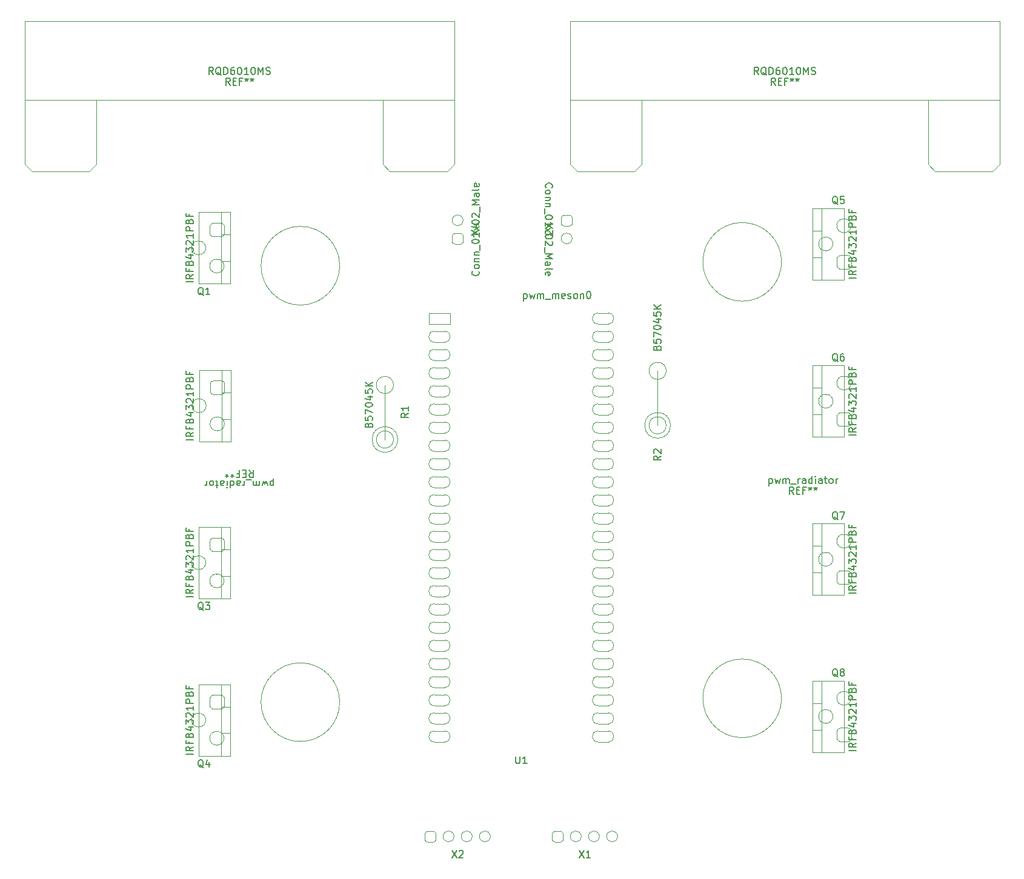
<source format=gbr>
%TF.GenerationSoftware,KiCad,Pcbnew,6.0.11+dfsg-1*%
%TF.CreationDate,2024-07-10T13:42:28+04:00*%
%TF.ProjectId,pwm,70776d2e-6b69-4636-9164-5f7063625858,rev?*%
%TF.SameCoordinates,PX14fb180PYa6e49c0*%
%TF.FileFunction,AssemblyDrawing,Top*%
%FSLAX46Y46*%
G04 Gerber Fmt 4.6, Leading zero omitted, Abs format (unit mm)*
G04 Created by KiCad (PCBNEW 6.0.11+dfsg-1) date 2024-07-10 13:42:28*
%MOMM*%
%LPD*%
G01*
G04 APERTURE LIST*
%ADD10C,0.150000*%
%ADD11C,0.100000*%
%ADD12C,0.120000*%
%ADD13C,0.100000*%
%TD*%
G04 APERTURE END LIST*
D10*
%TO.C,REF\u002A\u002A*%
X107881904Y77694286D02*
X107881904Y76694286D01*
X107881904Y77646667D02*
X107977142Y77694286D01*
X108167619Y77694286D01*
X108262857Y77646667D01*
X108310476Y77599048D01*
X108358095Y77503810D01*
X108358095Y77218096D01*
X108310476Y77122858D01*
X108262857Y77075239D01*
X108167619Y77027620D01*
X107977142Y77027620D01*
X107881904Y77075239D01*
X108691428Y77694286D02*
X108881904Y77027620D01*
X109072380Y77503810D01*
X109262857Y77027620D01*
X109453333Y77694286D01*
X109834285Y77027620D02*
X109834285Y77694286D01*
X109834285Y77599048D02*
X109881904Y77646667D01*
X109977142Y77694286D01*
X110120000Y77694286D01*
X110215238Y77646667D01*
X110262857Y77551429D01*
X110262857Y77027620D01*
X110262857Y77551429D02*
X110310476Y77646667D01*
X110405714Y77694286D01*
X110548571Y77694286D01*
X110643809Y77646667D01*
X110691428Y77551429D01*
X110691428Y77027620D01*
X110929523Y76932381D02*
X111691428Y76932381D01*
X111929523Y77027620D02*
X111929523Y77694286D01*
X111929523Y77503810D02*
X111977142Y77599048D01*
X112024761Y77646667D01*
X112120000Y77694286D01*
X112215238Y77694286D01*
X112977142Y77027620D02*
X112977142Y77551429D01*
X112929523Y77646667D01*
X112834285Y77694286D01*
X112643809Y77694286D01*
X112548571Y77646667D01*
X112977142Y77075239D02*
X112881904Y77027620D01*
X112643809Y77027620D01*
X112548571Y77075239D01*
X112500952Y77170477D01*
X112500952Y77265715D01*
X112548571Y77360953D01*
X112643809Y77408572D01*
X112881904Y77408572D01*
X112977142Y77456191D01*
X113881904Y77027620D02*
X113881904Y78027620D01*
X113881904Y77075239D02*
X113786666Y77027620D01*
X113596190Y77027620D01*
X113500952Y77075239D01*
X113453333Y77122858D01*
X113405714Y77218096D01*
X113405714Y77503810D01*
X113453333Y77599048D01*
X113500952Y77646667D01*
X113596190Y77694286D01*
X113786666Y77694286D01*
X113881904Y77646667D01*
X114358095Y77027620D02*
X114358095Y77694286D01*
X114358095Y78027620D02*
X114310476Y77980000D01*
X114358095Y77932381D01*
X114405714Y77980000D01*
X114358095Y78027620D01*
X114358095Y77932381D01*
X115262857Y77027620D02*
X115262857Y77551429D01*
X115215238Y77646667D01*
X115120000Y77694286D01*
X114929523Y77694286D01*
X114834285Y77646667D01*
X115262857Y77075239D02*
X115167619Y77027620D01*
X114929523Y77027620D01*
X114834285Y77075239D01*
X114786666Y77170477D01*
X114786666Y77265715D01*
X114834285Y77360953D01*
X114929523Y77408572D01*
X115167619Y77408572D01*
X115262857Y77456191D01*
X115596190Y77694286D02*
X115977142Y77694286D01*
X115739047Y78027620D02*
X115739047Y77170477D01*
X115786666Y77075239D01*
X115881904Y77027620D01*
X115977142Y77027620D01*
X116453333Y77027620D02*
X116358095Y77075239D01*
X116310476Y77122858D01*
X116262857Y77218096D01*
X116262857Y77503810D01*
X116310476Y77599048D01*
X116358095Y77646667D01*
X116453333Y77694286D01*
X116596190Y77694286D01*
X116691428Y77646667D01*
X116739047Y77599048D01*
X116786666Y77503810D01*
X116786666Y77218096D01*
X116739047Y77122858D01*
X116691428Y77075239D01*
X116596190Y77027620D01*
X116453333Y77027620D01*
X117215238Y77027620D02*
X117215238Y77694286D01*
X117215238Y77503810D02*
X117262857Y77599048D01*
X117310476Y77646667D01*
X117405714Y77694286D01*
X117500952Y77694286D01*
X111286666Y75527620D02*
X110953333Y76003810D01*
X110715238Y75527620D02*
X110715238Y76527620D01*
X111096190Y76527620D01*
X111191428Y76480000D01*
X111239047Y76432381D01*
X111286666Y76337143D01*
X111286666Y76194286D01*
X111239047Y76099048D01*
X111191428Y76051429D01*
X111096190Y76003810D01*
X110715238Y76003810D01*
X111715238Y76051429D02*
X112048571Y76051429D01*
X112191428Y75527620D02*
X111715238Y75527620D01*
X111715238Y76527620D01*
X112191428Y76527620D01*
X112953333Y76051429D02*
X112620000Y76051429D01*
X112620000Y75527620D02*
X112620000Y76527620D01*
X113096190Y76527620D01*
X113620000Y76527620D02*
X113620000Y76289524D01*
X113381904Y76384762D02*
X113620000Y76289524D01*
X113858095Y76384762D01*
X113477142Y76099048D02*
X113620000Y76289524D01*
X113762857Y76099048D01*
X114381904Y76527620D02*
X114381904Y76289524D01*
X114143809Y76384762D02*
X114381904Y76289524D01*
X114620000Y76384762D01*
X114239047Y76099048D02*
X114381904Y76289524D01*
X114524761Y76099048D01*
X38618095Y76725715D02*
X38618095Y77725715D01*
X38618095Y76773334D02*
X38522857Y76725715D01*
X38332380Y76725715D01*
X38237142Y76773334D01*
X38189523Y76820953D01*
X38141904Y76916191D01*
X38141904Y77201905D01*
X38189523Y77297143D01*
X38237142Y77344762D01*
X38332380Y77392381D01*
X38522857Y77392381D01*
X38618095Y77344762D01*
X37808571Y76725715D02*
X37618095Y77392381D01*
X37427619Y76916191D01*
X37237142Y77392381D01*
X37046666Y76725715D01*
X36665714Y77392381D02*
X36665714Y76725715D01*
X36665714Y76820953D02*
X36618095Y76773334D01*
X36522857Y76725715D01*
X36380000Y76725715D01*
X36284761Y76773334D01*
X36237142Y76868572D01*
X36237142Y77392381D01*
X36237142Y76868572D02*
X36189523Y76773334D01*
X36094285Y76725715D01*
X35951428Y76725715D01*
X35856190Y76773334D01*
X35808571Y76868572D01*
X35808571Y77392381D01*
X35570476Y77487620D02*
X34808571Y77487620D01*
X34570476Y77392381D02*
X34570476Y76725715D01*
X34570476Y76916191D02*
X34522857Y76820953D01*
X34475238Y76773334D01*
X34380000Y76725715D01*
X34284761Y76725715D01*
X33522857Y77392381D02*
X33522857Y76868572D01*
X33570476Y76773334D01*
X33665714Y76725715D01*
X33856190Y76725715D01*
X33951428Y76773334D01*
X33522857Y77344762D02*
X33618095Y77392381D01*
X33856190Y77392381D01*
X33951428Y77344762D01*
X33999047Y77249524D01*
X33999047Y77154286D01*
X33951428Y77059048D01*
X33856190Y77011429D01*
X33618095Y77011429D01*
X33522857Y76963810D01*
X32618095Y77392381D02*
X32618095Y76392381D01*
X32618095Y77344762D02*
X32713333Y77392381D01*
X32903809Y77392381D01*
X32999047Y77344762D01*
X33046666Y77297143D01*
X33094285Y77201905D01*
X33094285Y76916191D01*
X33046666Y76820953D01*
X32999047Y76773334D01*
X32903809Y76725715D01*
X32713333Y76725715D01*
X32618095Y76773334D01*
X32141904Y77392381D02*
X32141904Y76725715D01*
X32141904Y76392381D02*
X32189523Y76440000D01*
X32141904Y76487620D01*
X32094285Y76440000D01*
X32141904Y76392381D01*
X32141904Y76487620D01*
X31237142Y77392381D02*
X31237142Y76868572D01*
X31284761Y76773334D01*
X31380000Y76725715D01*
X31570476Y76725715D01*
X31665714Y76773334D01*
X31237142Y77344762D02*
X31332380Y77392381D01*
X31570476Y77392381D01*
X31665714Y77344762D01*
X31713333Y77249524D01*
X31713333Y77154286D01*
X31665714Y77059048D01*
X31570476Y77011429D01*
X31332380Y77011429D01*
X31237142Y76963810D01*
X30903809Y76725715D02*
X30522857Y76725715D01*
X30760952Y76392381D02*
X30760952Y77249524D01*
X30713333Y77344762D01*
X30618095Y77392381D01*
X30522857Y77392381D01*
X30046666Y77392381D02*
X30141904Y77344762D01*
X30189523Y77297143D01*
X30237142Y77201905D01*
X30237142Y76916191D01*
X30189523Y76820953D01*
X30141904Y76773334D01*
X30046666Y76725715D01*
X29903809Y76725715D01*
X29808571Y76773334D01*
X29760952Y76820953D01*
X29713333Y76916191D01*
X29713333Y77201905D01*
X29760952Y77297143D01*
X29808571Y77344762D01*
X29903809Y77392381D01*
X30046666Y77392381D01*
X29284761Y77392381D02*
X29284761Y76725715D01*
X29284761Y76916191D02*
X29237142Y76820953D01*
X29189523Y76773334D01*
X29094285Y76725715D01*
X28999047Y76725715D01*
X35213333Y78892381D02*
X35546666Y78416191D01*
X35784761Y78892381D02*
X35784761Y77892381D01*
X35403809Y77892381D01*
X35308571Y77940000D01*
X35260952Y77987620D01*
X35213333Y78082858D01*
X35213333Y78225715D01*
X35260952Y78320953D01*
X35308571Y78368572D01*
X35403809Y78416191D01*
X35784761Y78416191D01*
X34784761Y78368572D02*
X34451428Y78368572D01*
X34308571Y78892381D02*
X34784761Y78892381D01*
X34784761Y77892381D01*
X34308571Y77892381D01*
X33546666Y78368572D02*
X33880000Y78368572D01*
X33880000Y78892381D02*
X33880000Y77892381D01*
X33403809Y77892381D01*
X32880000Y77892381D02*
X32880000Y78130477D01*
X33118095Y78035239D02*
X32880000Y78130477D01*
X32641904Y78035239D01*
X33022857Y78320953D02*
X32880000Y78130477D01*
X32737142Y78320953D01*
X32118095Y77892381D02*
X32118095Y78130477D01*
X32356190Y78035239D02*
X32118095Y78130477D01*
X31880000Y78035239D01*
X32260952Y78320953D02*
X32118095Y78130477D01*
X31975238Y78320953D01*
X106413333Y134177620D02*
X106080000Y134653810D01*
X105841904Y134177620D02*
X105841904Y135177620D01*
X106222857Y135177620D01*
X106318095Y135130000D01*
X106365714Y135082381D01*
X106413333Y134987143D01*
X106413333Y134844286D01*
X106365714Y134749048D01*
X106318095Y134701429D01*
X106222857Y134653810D01*
X105841904Y134653810D01*
X107508571Y134082381D02*
X107413333Y134130000D01*
X107318095Y134225239D01*
X107175238Y134368096D01*
X107080000Y134415715D01*
X106984761Y134415715D01*
X107032380Y134177620D02*
X106937142Y134225239D01*
X106841904Y134320477D01*
X106794285Y134510953D01*
X106794285Y134844286D01*
X106841904Y135034762D01*
X106937142Y135130000D01*
X107032380Y135177620D01*
X107222857Y135177620D01*
X107318095Y135130000D01*
X107413333Y135034762D01*
X107460952Y134844286D01*
X107460952Y134510953D01*
X107413333Y134320477D01*
X107318095Y134225239D01*
X107222857Y134177620D01*
X107032380Y134177620D01*
X107889523Y134177620D02*
X107889523Y135177620D01*
X108127619Y135177620D01*
X108270476Y135130000D01*
X108365714Y135034762D01*
X108413333Y134939524D01*
X108460952Y134749048D01*
X108460952Y134606191D01*
X108413333Y134415715D01*
X108365714Y134320477D01*
X108270476Y134225239D01*
X108127619Y134177620D01*
X107889523Y134177620D01*
X109318095Y135177620D02*
X109127619Y135177620D01*
X109032380Y135130000D01*
X108984761Y135082381D01*
X108889523Y134939524D01*
X108841904Y134749048D01*
X108841904Y134368096D01*
X108889523Y134272858D01*
X108937142Y134225239D01*
X109032380Y134177620D01*
X109222857Y134177620D01*
X109318095Y134225239D01*
X109365714Y134272858D01*
X109413333Y134368096D01*
X109413333Y134606191D01*
X109365714Y134701429D01*
X109318095Y134749048D01*
X109222857Y134796667D01*
X109032380Y134796667D01*
X108937142Y134749048D01*
X108889523Y134701429D01*
X108841904Y134606191D01*
X110032380Y135177620D02*
X110127619Y135177620D01*
X110222857Y135130000D01*
X110270476Y135082381D01*
X110318095Y134987143D01*
X110365714Y134796667D01*
X110365714Y134558572D01*
X110318095Y134368096D01*
X110270476Y134272858D01*
X110222857Y134225239D01*
X110127619Y134177620D01*
X110032380Y134177620D01*
X109937142Y134225239D01*
X109889523Y134272858D01*
X109841904Y134368096D01*
X109794285Y134558572D01*
X109794285Y134796667D01*
X109841904Y134987143D01*
X109889523Y135082381D01*
X109937142Y135130000D01*
X110032380Y135177620D01*
X111318095Y134177620D02*
X110746666Y134177620D01*
X111032380Y134177620D02*
X111032380Y135177620D01*
X110937142Y135034762D01*
X110841904Y134939524D01*
X110746666Y134891905D01*
X111937142Y135177620D02*
X112032380Y135177620D01*
X112127619Y135130000D01*
X112175238Y135082381D01*
X112222857Y134987143D01*
X112270476Y134796667D01*
X112270476Y134558572D01*
X112222857Y134368096D01*
X112175238Y134272858D01*
X112127619Y134225239D01*
X112032380Y134177620D01*
X111937142Y134177620D01*
X111841904Y134225239D01*
X111794285Y134272858D01*
X111746666Y134368096D01*
X111699047Y134558572D01*
X111699047Y134796667D01*
X111746666Y134987143D01*
X111794285Y135082381D01*
X111841904Y135130000D01*
X111937142Y135177620D01*
X112699047Y134177620D02*
X112699047Y135177620D01*
X113032380Y134463334D01*
X113365714Y135177620D01*
X113365714Y134177620D01*
X113794285Y134225239D02*
X113937142Y134177620D01*
X114175238Y134177620D01*
X114270476Y134225239D01*
X114318095Y134272858D01*
X114365714Y134368096D01*
X114365714Y134463334D01*
X114318095Y134558572D01*
X114270476Y134606191D01*
X114175238Y134653810D01*
X113984761Y134701429D01*
X113889523Y134749048D01*
X113841904Y134796667D01*
X113794285Y134891905D01*
X113794285Y134987143D01*
X113841904Y135082381D01*
X113889523Y135130000D01*
X113984761Y135177620D01*
X114222857Y135177620D01*
X114365714Y135130000D01*
X108746666Y132677620D02*
X108413333Y133153810D01*
X108175238Y132677620D02*
X108175238Y133677620D01*
X108556190Y133677620D01*
X108651428Y133630000D01*
X108699047Y133582381D01*
X108746666Y133487143D01*
X108746666Y133344286D01*
X108699047Y133249048D01*
X108651428Y133201429D01*
X108556190Y133153810D01*
X108175238Y133153810D01*
X109175238Y133201429D02*
X109508571Y133201429D01*
X109651428Y132677620D02*
X109175238Y132677620D01*
X109175238Y133677620D01*
X109651428Y133677620D01*
X110413333Y133201429D02*
X110080000Y133201429D01*
X110080000Y132677620D02*
X110080000Y133677620D01*
X110556190Y133677620D01*
X111080000Y133677620D02*
X111080000Y133439524D01*
X110841904Y133534762D02*
X111080000Y133439524D01*
X111318095Y133534762D01*
X110937142Y133249048D02*
X111080000Y133439524D01*
X111222857Y133249048D01*
X111841904Y133677620D02*
X111841904Y133439524D01*
X111603809Y133534762D02*
X111841904Y133439524D01*
X112080000Y133534762D01*
X111699047Y133249048D02*
X111841904Y133439524D01*
X111984761Y133249048D01*
%TO.C,Q8*%
X120017380Y39682096D02*
X119017380Y39682096D01*
X120017380Y40729715D02*
X119541190Y40396381D01*
X120017380Y40158286D02*
X119017380Y40158286D01*
X119017380Y40539239D01*
X119065000Y40634477D01*
X119112619Y40682096D01*
X119207857Y40729715D01*
X119350714Y40729715D01*
X119445952Y40682096D01*
X119493571Y40634477D01*
X119541190Y40539239D01*
X119541190Y40158286D01*
X119493571Y41491620D02*
X119493571Y41158286D01*
X120017380Y41158286D02*
X119017380Y41158286D01*
X119017380Y41634477D01*
X119493571Y42348762D02*
X119541190Y42491620D01*
X119588809Y42539239D01*
X119684047Y42586858D01*
X119826904Y42586858D01*
X119922142Y42539239D01*
X119969761Y42491620D01*
X120017380Y42396381D01*
X120017380Y42015429D01*
X119017380Y42015429D01*
X119017380Y42348762D01*
X119065000Y42444000D01*
X119112619Y42491620D01*
X119207857Y42539239D01*
X119303095Y42539239D01*
X119398333Y42491620D01*
X119445952Y42444000D01*
X119493571Y42348762D01*
X119493571Y42015429D01*
X119350714Y43444000D02*
X120017380Y43444000D01*
X118969761Y43205905D02*
X119684047Y42967810D01*
X119684047Y43586858D01*
X119017380Y43872572D02*
X119017380Y44491620D01*
X119398333Y44158286D01*
X119398333Y44301143D01*
X119445952Y44396381D01*
X119493571Y44444000D01*
X119588809Y44491620D01*
X119826904Y44491620D01*
X119922142Y44444000D01*
X119969761Y44396381D01*
X120017380Y44301143D01*
X120017380Y44015429D01*
X119969761Y43920191D01*
X119922142Y43872572D01*
X119112619Y44872572D02*
X119065000Y44920191D01*
X119017380Y45015429D01*
X119017380Y45253524D01*
X119065000Y45348762D01*
X119112619Y45396381D01*
X119207857Y45444000D01*
X119303095Y45444000D01*
X119445952Y45396381D01*
X120017380Y44824953D01*
X120017380Y45444000D01*
X120017380Y46396381D02*
X120017380Y45824953D01*
X120017380Y46110667D02*
X119017380Y46110667D01*
X119160238Y46015429D01*
X119255476Y45920191D01*
X119303095Y45824953D01*
X120017380Y46824953D02*
X119017380Y46824953D01*
X119017380Y47205905D01*
X119065000Y47301143D01*
X119112619Y47348762D01*
X119207857Y47396381D01*
X119350714Y47396381D01*
X119445952Y47348762D01*
X119493571Y47301143D01*
X119541190Y47205905D01*
X119541190Y46824953D01*
X119493571Y48158286D02*
X119541190Y48301143D01*
X119588809Y48348762D01*
X119684047Y48396381D01*
X119826904Y48396381D01*
X119922142Y48348762D01*
X119969761Y48301143D01*
X120017380Y48205905D01*
X120017380Y47824953D01*
X119017380Y47824953D01*
X119017380Y48158286D01*
X119065000Y48253524D01*
X119112619Y48301143D01*
X119207857Y48348762D01*
X119303095Y48348762D01*
X119398333Y48301143D01*
X119445952Y48253524D01*
X119493571Y48158286D01*
X119493571Y47824953D01*
X119493571Y49158286D02*
X119493571Y48824953D01*
X120017380Y48824953D02*
X119017380Y48824953D01*
X119017380Y49301143D01*
X117477761Y49992381D02*
X117382523Y50040000D01*
X117287285Y50135239D01*
X117144428Y50278096D01*
X117049190Y50325715D01*
X116953952Y50325715D01*
X117001571Y50087620D02*
X116906333Y50135239D01*
X116811095Y50230477D01*
X116763476Y50420953D01*
X116763476Y50754286D01*
X116811095Y50944762D01*
X116906333Y51040000D01*
X117001571Y51087620D01*
X117192047Y51087620D01*
X117287285Y51040000D01*
X117382523Y50944762D01*
X117430142Y50754286D01*
X117430142Y50420953D01*
X117382523Y50230477D01*
X117287285Y50135239D01*
X117192047Y50087620D01*
X117001571Y50087620D01*
X118001571Y50659048D02*
X117906333Y50706667D01*
X117858714Y50754286D01*
X117811095Y50849524D01*
X117811095Y50897143D01*
X117858714Y50992381D01*
X117906333Y51040000D01*
X118001571Y51087620D01*
X118192047Y51087620D01*
X118287285Y51040000D01*
X118334904Y50992381D01*
X118382523Y50897143D01*
X118382523Y50849524D01*
X118334904Y50754286D01*
X118287285Y50706667D01*
X118192047Y50659048D01*
X118001571Y50659048D01*
X117906333Y50611429D01*
X117858714Y50563810D01*
X117811095Y50468572D01*
X117811095Y50278096D01*
X117858714Y50182858D01*
X117906333Y50135239D01*
X118001571Y50087620D01*
X118192047Y50087620D01*
X118287285Y50135239D01*
X118334904Y50182858D01*
X118382523Y50278096D01*
X118382523Y50468572D01*
X118334904Y50563810D01*
X118287285Y50611429D01*
X118192047Y50659048D01*
%TO.C,Q6*%
X120017380Y83751096D02*
X119017380Y83751096D01*
X120017380Y84798715D02*
X119541190Y84465381D01*
X120017380Y84227286D02*
X119017380Y84227286D01*
X119017380Y84608239D01*
X119065000Y84703477D01*
X119112619Y84751096D01*
X119207857Y84798715D01*
X119350714Y84798715D01*
X119445952Y84751096D01*
X119493571Y84703477D01*
X119541190Y84608239D01*
X119541190Y84227286D01*
X119493571Y85560620D02*
X119493571Y85227286D01*
X120017380Y85227286D02*
X119017380Y85227286D01*
X119017380Y85703477D01*
X119493571Y86417762D02*
X119541190Y86560620D01*
X119588809Y86608239D01*
X119684047Y86655858D01*
X119826904Y86655858D01*
X119922142Y86608239D01*
X119969761Y86560620D01*
X120017380Y86465381D01*
X120017380Y86084429D01*
X119017380Y86084429D01*
X119017380Y86417762D01*
X119065000Y86513000D01*
X119112619Y86560620D01*
X119207857Y86608239D01*
X119303095Y86608239D01*
X119398333Y86560620D01*
X119445952Y86513000D01*
X119493571Y86417762D01*
X119493571Y86084429D01*
X119350714Y87513000D02*
X120017380Y87513000D01*
X118969761Y87274905D02*
X119684047Y87036810D01*
X119684047Y87655858D01*
X119017380Y87941572D02*
X119017380Y88560620D01*
X119398333Y88227286D01*
X119398333Y88370143D01*
X119445952Y88465381D01*
X119493571Y88513000D01*
X119588809Y88560620D01*
X119826904Y88560620D01*
X119922142Y88513000D01*
X119969761Y88465381D01*
X120017380Y88370143D01*
X120017380Y88084429D01*
X119969761Y87989191D01*
X119922142Y87941572D01*
X119112619Y88941572D02*
X119065000Y88989191D01*
X119017380Y89084429D01*
X119017380Y89322524D01*
X119065000Y89417762D01*
X119112619Y89465381D01*
X119207857Y89513000D01*
X119303095Y89513000D01*
X119445952Y89465381D01*
X120017380Y88893953D01*
X120017380Y89513000D01*
X120017380Y90465381D02*
X120017380Y89893953D01*
X120017380Y90179667D02*
X119017380Y90179667D01*
X119160238Y90084429D01*
X119255476Y89989191D01*
X119303095Y89893953D01*
X120017380Y90893953D02*
X119017380Y90893953D01*
X119017380Y91274905D01*
X119065000Y91370143D01*
X119112619Y91417762D01*
X119207857Y91465381D01*
X119350714Y91465381D01*
X119445952Y91417762D01*
X119493571Y91370143D01*
X119541190Y91274905D01*
X119541190Y90893953D01*
X119493571Y92227286D02*
X119541190Y92370143D01*
X119588809Y92417762D01*
X119684047Y92465381D01*
X119826904Y92465381D01*
X119922142Y92417762D01*
X119969761Y92370143D01*
X120017380Y92274905D01*
X120017380Y91893953D01*
X119017380Y91893953D01*
X119017380Y92227286D01*
X119065000Y92322524D01*
X119112619Y92370143D01*
X119207857Y92417762D01*
X119303095Y92417762D01*
X119398333Y92370143D01*
X119445952Y92322524D01*
X119493571Y92227286D01*
X119493571Y91893953D01*
X119493571Y93227286D02*
X119493571Y92893953D01*
X120017380Y92893953D02*
X119017380Y92893953D01*
X119017380Y93370143D01*
X117477761Y94061381D02*
X117382523Y94109000D01*
X117287285Y94204239D01*
X117144428Y94347096D01*
X117049190Y94394715D01*
X116953952Y94394715D01*
X117001571Y94156620D02*
X116906333Y94204239D01*
X116811095Y94299477D01*
X116763476Y94489953D01*
X116763476Y94823286D01*
X116811095Y95013762D01*
X116906333Y95109000D01*
X117001571Y95156620D01*
X117192047Y95156620D01*
X117287285Y95109000D01*
X117382523Y95013762D01*
X117430142Y94823286D01*
X117430142Y94489953D01*
X117382523Y94299477D01*
X117287285Y94204239D01*
X117192047Y94156620D01*
X117001571Y94156620D01*
X118287285Y95156620D02*
X118096809Y95156620D01*
X118001571Y95109000D01*
X117953952Y95061381D01*
X117858714Y94918524D01*
X117811095Y94728048D01*
X117811095Y94347096D01*
X117858714Y94251858D01*
X117906333Y94204239D01*
X118001571Y94156620D01*
X118192047Y94156620D01*
X118287285Y94204239D01*
X118334904Y94251858D01*
X118382523Y94347096D01*
X118382523Y94585191D01*
X118334904Y94680429D01*
X118287285Y94728048D01*
X118192047Y94775667D01*
X118001571Y94775667D01*
X117906333Y94728048D01*
X117858714Y94680429D01*
X117811095Y94585191D01*
%TO.C,Q1*%
X27387380Y105178096D02*
X26387380Y105178096D01*
X27387380Y106225715D02*
X26911190Y105892381D01*
X27387380Y105654286D02*
X26387380Y105654286D01*
X26387380Y106035239D01*
X26435000Y106130477D01*
X26482619Y106178096D01*
X26577857Y106225715D01*
X26720714Y106225715D01*
X26815952Y106178096D01*
X26863571Y106130477D01*
X26911190Y106035239D01*
X26911190Y105654286D01*
X26863571Y106987620D02*
X26863571Y106654286D01*
X27387380Y106654286D02*
X26387380Y106654286D01*
X26387380Y107130477D01*
X26863571Y107844762D02*
X26911190Y107987620D01*
X26958809Y108035239D01*
X27054047Y108082858D01*
X27196904Y108082858D01*
X27292142Y108035239D01*
X27339761Y107987620D01*
X27387380Y107892381D01*
X27387380Y107511429D01*
X26387380Y107511429D01*
X26387380Y107844762D01*
X26435000Y107940000D01*
X26482619Y107987620D01*
X26577857Y108035239D01*
X26673095Y108035239D01*
X26768333Y107987620D01*
X26815952Y107940000D01*
X26863571Y107844762D01*
X26863571Y107511429D01*
X26720714Y108940000D02*
X27387380Y108940000D01*
X26339761Y108701905D02*
X27054047Y108463810D01*
X27054047Y109082858D01*
X26387380Y109368572D02*
X26387380Y109987620D01*
X26768333Y109654286D01*
X26768333Y109797143D01*
X26815952Y109892381D01*
X26863571Y109940000D01*
X26958809Y109987620D01*
X27196904Y109987620D01*
X27292142Y109940000D01*
X27339761Y109892381D01*
X27387380Y109797143D01*
X27387380Y109511429D01*
X27339761Y109416191D01*
X27292142Y109368572D01*
X26482619Y110368572D02*
X26435000Y110416191D01*
X26387380Y110511429D01*
X26387380Y110749524D01*
X26435000Y110844762D01*
X26482619Y110892381D01*
X26577857Y110940000D01*
X26673095Y110940000D01*
X26815952Y110892381D01*
X27387380Y110320953D01*
X27387380Y110940000D01*
X27387380Y111892381D02*
X27387380Y111320953D01*
X27387380Y111606667D02*
X26387380Y111606667D01*
X26530238Y111511429D01*
X26625476Y111416191D01*
X26673095Y111320953D01*
X27387380Y112320953D02*
X26387380Y112320953D01*
X26387380Y112701905D01*
X26435000Y112797143D01*
X26482619Y112844762D01*
X26577857Y112892381D01*
X26720714Y112892381D01*
X26815952Y112844762D01*
X26863571Y112797143D01*
X26911190Y112701905D01*
X26911190Y112320953D01*
X26863571Y113654286D02*
X26911190Y113797143D01*
X26958809Y113844762D01*
X27054047Y113892381D01*
X27196904Y113892381D01*
X27292142Y113844762D01*
X27339761Y113797143D01*
X27387380Y113701905D01*
X27387380Y113320953D01*
X26387380Y113320953D01*
X26387380Y113654286D01*
X26435000Y113749524D01*
X26482619Y113797143D01*
X26577857Y113844762D01*
X26673095Y113844762D01*
X26768333Y113797143D01*
X26815952Y113749524D01*
X26863571Y113654286D01*
X26863571Y113320953D01*
X26863571Y114654286D02*
X26863571Y114320953D01*
X27387380Y114320953D02*
X26387380Y114320953D01*
X26387380Y114797143D01*
X28831761Y103296381D02*
X28736523Y103344000D01*
X28641285Y103439239D01*
X28498428Y103582096D01*
X28403190Y103629715D01*
X28307952Y103629715D01*
X28355571Y103391620D02*
X28260333Y103439239D01*
X28165095Y103534477D01*
X28117476Y103724953D01*
X28117476Y104058286D01*
X28165095Y104248762D01*
X28260333Y104344000D01*
X28355571Y104391620D01*
X28546047Y104391620D01*
X28641285Y104344000D01*
X28736523Y104248762D01*
X28784142Y104058286D01*
X28784142Y103724953D01*
X28736523Y103534477D01*
X28641285Y103439239D01*
X28546047Y103391620D01*
X28355571Y103391620D01*
X29736523Y103391620D02*
X29165095Y103391620D01*
X29450809Y103391620D02*
X29450809Y104391620D01*
X29355571Y104248762D01*
X29260333Y104153524D01*
X29165095Y104105905D01*
%TO.C,X3*%
X76702857Y118349334D02*
X76655238Y118396953D01*
X76607619Y118539810D01*
X76607619Y118635048D01*
X76655238Y118777905D01*
X76750476Y118873143D01*
X76845714Y118920762D01*
X77036190Y118968381D01*
X77179047Y118968381D01*
X77369523Y118920762D01*
X77464761Y118873143D01*
X77560000Y118777905D01*
X77607619Y118635048D01*
X77607619Y118539810D01*
X77560000Y118396953D01*
X77512380Y118349334D01*
X76607619Y117777905D02*
X76655238Y117873143D01*
X76702857Y117920762D01*
X76798095Y117968381D01*
X77083809Y117968381D01*
X77179047Y117920762D01*
X77226666Y117873143D01*
X77274285Y117777905D01*
X77274285Y117635048D01*
X77226666Y117539810D01*
X77179047Y117492191D01*
X77083809Y117444572D01*
X76798095Y117444572D01*
X76702857Y117492191D01*
X76655238Y117539810D01*
X76607619Y117635048D01*
X76607619Y117777905D01*
X77274285Y117016000D02*
X76607619Y117016000D01*
X77179047Y117016000D02*
X77226666Y116968381D01*
X77274285Y116873143D01*
X77274285Y116730286D01*
X77226666Y116635048D01*
X77131428Y116587429D01*
X76607619Y116587429D01*
X77274285Y116111239D02*
X76607619Y116111239D01*
X77179047Y116111239D02*
X77226666Y116063620D01*
X77274285Y115968381D01*
X77274285Y115825524D01*
X77226666Y115730286D01*
X77131428Y115682667D01*
X76607619Y115682667D01*
X76512380Y115444572D02*
X76512380Y114682667D01*
X77607619Y114254096D02*
X77607619Y114158858D01*
X77560000Y114063620D01*
X77512380Y114016000D01*
X77417142Y113968381D01*
X77226666Y113920762D01*
X76988571Y113920762D01*
X76798095Y113968381D01*
X76702857Y114016000D01*
X76655238Y114063620D01*
X76607619Y114158858D01*
X76607619Y114254096D01*
X76655238Y114349334D01*
X76702857Y114396953D01*
X76798095Y114444572D01*
X76988571Y114492191D01*
X77226666Y114492191D01*
X77417142Y114444572D01*
X77512380Y114396953D01*
X77560000Y114349334D01*
X77607619Y114254096D01*
X76607619Y112968381D02*
X76607619Y113539810D01*
X76607619Y113254096D02*
X77607619Y113254096D01*
X77464761Y113349334D01*
X77369523Y113444572D01*
X77321904Y113539810D01*
X76607619Y112635048D02*
X77274285Y112111239D01*
X77274285Y112635048D02*
X76607619Y112111239D01*
X77607619Y111539810D02*
X77607619Y111444572D01*
X77560000Y111349334D01*
X77512380Y111301715D01*
X77417142Y111254096D01*
X77226666Y111206477D01*
X76988571Y111206477D01*
X76798095Y111254096D01*
X76702857Y111301715D01*
X76655238Y111349334D01*
X76607619Y111444572D01*
X76607619Y111539810D01*
X76655238Y111635048D01*
X76702857Y111682667D01*
X76798095Y111730286D01*
X76988571Y111777905D01*
X77226666Y111777905D01*
X77417142Y111730286D01*
X77512380Y111682667D01*
X77560000Y111635048D01*
X77607619Y111539810D01*
X77512380Y110825524D02*
X77560000Y110777905D01*
X77607619Y110682667D01*
X77607619Y110444572D01*
X77560000Y110349334D01*
X77512380Y110301715D01*
X77417142Y110254096D01*
X77321904Y110254096D01*
X77179047Y110301715D01*
X76607619Y110873143D01*
X76607619Y110254096D01*
X76512380Y110063620D02*
X76512380Y109301715D01*
X76607619Y109063620D02*
X77607619Y109063620D01*
X76893333Y108730286D01*
X77607619Y108396953D01*
X76607619Y108396953D01*
X76607619Y107492191D02*
X77131428Y107492191D01*
X77226666Y107539810D01*
X77274285Y107635048D01*
X77274285Y107825524D01*
X77226666Y107920762D01*
X76655238Y107492191D02*
X76607619Y107587429D01*
X76607619Y107825524D01*
X76655238Y107920762D01*
X76750476Y107968381D01*
X76845714Y107968381D01*
X76940952Y107920762D01*
X76988571Y107825524D01*
X76988571Y107587429D01*
X77036190Y107492191D01*
X76607619Y106873143D02*
X76655238Y106968381D01*
X76750476Y107016000D01*
X77607619Y107016000D01*
X76655238Y106111239D02*
X76607619Y106206477D01*
X76607619Y106396953D01*
X76655238Y106492191D01*
X76750476Y106539810D01*
X77131428Y106539810D01*
X77226666Y106492191D01*
X77274285Y106396953D01*
X77274285Y106206477D01*
X77226666Y106111239D01*
X77131428Y106063620D01*
X77036190Y106063620D01*
X76940952Y106539810D01*
X77647619Y113325524D02*
X76647619Y112658858D01*
X77647619Y112658858D02*
X76647619Y113325524D01*
X77647619Y112373143D02*
X77647619Y111754096D01*
X77266666Y112087429D01*
X77266666Y111944572D01*
X77219047Y111849334D01*
X77171428Y111801715D01*
X77076190Y111754096D01*
X76838095Y111754096D01*
X76742857Y111801715D01*
X76695238Y111849334D01*
X76647619Y111944572D01*
X76647619Y112230286D01*
X76695238Y112325524D01*
X76742857Y112373143D01*
%TO.C,REF\u002A\u002A*%
X30213333Y134177620D02*
X29880000Y134653810D01*
X29641904Y134177620D02*
X29641904Y135177620D01*
X30022857Y135177620D01*
X30118095Y135130000D01*
X30165714Y135082381D01*
X30213333Y134987143D01*
X30213333Y134844286D01*
X30165714Y134749048D01*
X30118095Y134701429D01*
X30022857Y134653810D01*
X29641904Y134653810D01*
X31308571Y134082381D02*
X31213333Y134130000D01*
X31118095Y134225239D01*
X30975238Y134368096D01*
X30880000Y134415715D01*
X30784761Y134415715D01*
X30832380Y134177620D02*
X30737142Y134225239D01*
X30641904Y134320477D01*
X30594285Y134510953D01*
X30594285Y134844286D01*
X30641904Y135034762D01*
X30737142Y135130000D01*
X30832380Y135177620D01*
X31022857Y135177620D01*
X31118095Y135130000D01*
X31213333Y135034762D01*
X31260952Y134844286D01*
X31260952Y134510953D01*
X31213333Y134320477D01*
X31118095Y134225239D01*
X31022857Y134177620D01*
X30832380Y134177620D01*
X31689523Y134177620D02*
X31689523Y135177620D01*
X31927619Y135177620D01*
X32070476Y135130000D01*
X32165714Y135034762D01*
X32213333Y134939524D01*
X32260952Y134749048D01*
X32260952Y134606191D01*
X32213333Y134415715D01*
X32165714Y134320477D01*
X32070476Y134225239D01*
X31927619Y134177620D01*
X31689523Y134177620D01*
X33118095Y135177620D02*
X32927619Y135177620D01*
X32832380Y135130000D01*
X32784761Y135082381D01*
X32689523Y134939524D01*
X32641904Y134749048D01*
X32641904Y134368096D01*
X32689523Y134272858D01*
X32737142Y134225239D01*
X32832380Y134177620D01*
X33022857Y134177620D01*
X33118095Y134225239D01*
X33165714Y134272858D01*
X33213333Y134368096D01*
X33213333Y134606191D01*
X33165714Y134701429D01*
X33118095Y134749048D01*
X33022857Y134796667D01*
X32832380Y134796667D01*
X32737142Y134749048D01*
X32689523Y134701429D01*
X32641904Y134606191D01*
X33832380Y135177620D02*
X33927619Y135177620D01*
X34022857Y135130000D01*
X34070476Y135082381D01*
X34118095Y134987143D01*
X34165714Y134796667D01*
X34165714Y134558572D01*
X34118095Y134368096D01*
X34070476Y134272858D01*
X34022857Y134225239D01*
X33927619Y134177620D01*
X33832380Y134177620D01*
X33737142Y134225239D01*
X33689523Y134272858D01*
X33641904Y134368096D01*
X33594285Y134558572D01*
X33594285Y134796667D01*
X33641904Y134987143D01*
X33689523Y135082381D01*
X33737142Y135130000D01*
X33832380Y135177620D01*
X35118095Y134177620D02*
X34546666Y134177620D01*
X34832380Y134177620D02*
X34832380Y135177620D01*
X34737142Y135034762D01*
X34641904Y134939524D01*
X34546666Y134891905D01*
X35737142Y135177620D02*
X35832380Y135177620D01*
X35927619Y135130000D01*
X35975238Y135082381D01*
X36022857Y134987143D01*
X36070476Y134796667D01*
X36070476Y134558572D01*
X36022857Y134368096D01*
X35975238Y134272858D01*
X35927619Y134225239D01*
X35832380Y134177620D01*
X35737142Y134177620D01*
X35641904Y134225239D01*
X35594285Y134272858D01*
X35546666Y134368096D01*
X35499047Y134558572D01*
X35499047Y134796667D01*
X35546666Y134987143D01*
X35594285Y135082381D01*
X35641904Y135130000D01*
X35737142Y135177620D01*
X36499047Y134177620D02*
X36499047Y135177620D01*
X36832380Y134463334D01*
X37165714Y135177620D01*
X37165714Y134177620D01*
X37594285Y134225239D02*
X37737142Y134177620D01*
X37975238Y134177620D01*
X38070476Y134225239D01*
X38118095Y134272858D01*
X38165714Y134368096D01*
X38165714Y134463334D01*
X38118095Y134558572D01*
X38070476Y134606191D01*
X37975238Y134653810D01*
X37784761Y134701429D01*
X37689523Y134749048D01*
X37641904Y134796667D01*
X37594285Y134891905D01*
X37594285Y134987143D01*
X37641904Y135082381D01*
X37689523Y135130000D01*
X37784761Y135177620D01*
X38022857Y135177620D01*
X38165714Y135130000D01*
X32546666Y132677620D02*
X32213333Y133153810D01*
X31975238Y132677620D02*
X31975238Y133677620D01*
X32356190Y133677620D01*
X32451428Y133630000D01*
X32499047Y133582381D01*
X32546666Y133487143D01*
X32546666Y133344286D01*
X32499047Y133249048D01*
X32451428Y133201429D01*
X32356190Y133153810D01*
X31975238Y133153810D01*
X32975238Y133201429D02*
X33308571Y133201429D01*
X33451428Y132677620D02*
X32975238Y132677620D01*
X32975238Y133677620D01*
X33451428Y133677620D01*
X34213333Y133201429D02*
X33880000Y133201429D01*
X33880000Y132677620D02*
X33880000Y133677620D01*
X34356190Y133677620D01*
X34880000Y133677620D02*
X34880000Y133439524D01*
X34641904Y133534762D02*
X34880000Y133439524D01*
X35118095Y133534762D01*
X34737142Y133249048D02*
X34880000Y133439524D01*
X35022857Y133249048D01*
X35641904Y133677620D02*
X35641904Y133439524D01*
X35403809Y133534762D02*
X35641904Y133439524D01*
X35880000Y133534762D01*
X35499047Y133249048D02*
X35641904Y133439524D01*
X35784761Y133249048D01*
%TO.C,X2*%
X63550476Y25727620D02*
X64217142Y24727620D01*
X64217142Y25727620D02*
X63550476Y24727620D01*
X64550476Y25632381D02*
X64598095Y25680000D01*
X64693333Y25727620D01*
X64931428Y25727620D01*
X65026666Y25680000D01*
X65074285Y25632381D01*
X65121904Y25537143D01*
X65121904Y25441905D01*
X65074285Y25299048D01*
X64502857Y24727620D01*
X65121904Y24727620D01*
%TO.C,R1*%
X51928571Y85190477D02*
X51976190Y85333334D01*
X52023809Y85380953D01*
X52119047Y85428572D01*
X52261904Y85428572D01*
X52357142Y85380953D01*
X52404761Y85333334D01*
X52452380Y85238096D01*
X52452380Y84857143D01*
X51452380Y84857143D01*
X51452380Y85190477D01*
X51500000Y85285715D01*
X51547619Y85333334D01*
X51642857Y85380953D01*
X51738095Y85380953D01*
X51833333Y85333334D01*
X51880952Y85285715D01*
X51928571Y85190477D01*
X51928571Y84857143D01*
X51452380Y86333334D02*
X51452380Y85857143D01*
X51928571Y85809524D01*
X51880952Y85857143D01*
X51833333Y85952381D01*
X51833333Y86190477D01*
X51880952Y86285715D01*
X51928571Y86333334D01*
X52023809Y86380953D01*
X52261904Y86380953D01*
X52357142Y86333334D01*
X52404761Y86285715D01*
X52452380Y86190477D01*
X52452380Y85952381D01*
X52404761Y85857143D01*
X52357142Y85809524D01*
X51452380Y86714286D02*
X51452380Y87380953D01*
X52452380Y86952381D01*
X51452380Y87952381D02*
X51452380Y88047620D01*
X51500000Y88142858D01*
X51547619Y88190477D01*
X51642857Y88238096D01*
X51833333Y88285715D01*
X52071428Y88285715D01*
X52261904Y88238096D01*
X52357142Y88190477D01*
X52404761Y88142858D01*
X52452380Y88047620D01*
X52452380Y87952381D01*
X52404761Y87857143D01*
X52357142Y87809524D01*
X52261904Y87761905D01*
X52071428Y87714286D01*
X51833333Y87714286D01*
X51642857Y87761905D01*
X51547619Y87809524D01*
X51500000Y87857143D01*
X51452380Y87952381D01*
X51785714Y89142858D02*
X52452380Y89142858D01*
X51404761Y88904762D02*
X52119047Y88666667D01*
X52119047Y89285715D01*
X51452380Y90142858D02*
X51452380Y89666667D01*
X51928571Y89619048D01*
X51880952Y89666667D01*
X51833333Y89761905D01*
X51833333Y90000000D01*
X51880952Y90095239D01*
X51928571Y90142858D01*
X52023809Y90190477D01*
X52261904Y90190477D01*
X52357142Y90142858D01*
X52404761Y90095239D01*
X52452380Y90000000D01*
X52452380Y89761905D01*
X52404761Y89666667D01*
X52357142Y89619048D01*
X52452380Y90619048D02*
X51452380Y90619048D01*
X52452380Y91190477D02*
X51880952Y90761905D01*
X51452380Y91190477D02*
X52023809Y90619048D01*
X57452380Y86833334D02*
X56976190Y86500000D01*
X57452380Y86261905D02*
X56452380Y86261905D01*
X56452380Y86642858D01*
X56500000Y86738096D01*
X56547619Y86785715D01*
X56642857Y86833334D01*
X56785714Y86833334D01*
X56880952Y86785715D01*
X56928571Y86738096D01*
X56976190Y86642858D01*
X56976190Y86261905D01*
X57452380Y87785715D02*
X57452380Y87214286D01*
X57452380Y87500000D02*
X56452380Y87500000D01*
X56595238Y87404762D01*
X56690476Y87309524D01*
X56738095Y87214286D01*
%TO.C,X4*%
X67257142Y106682667D02*
X67304761Y106635048D01*
X67352380Y106492191D01*
X67352380Y106396953D01*
X67304761Y106254096D01*
X67209523Y106158858D01*
X67114285Y106111239D01*
X66923809Y106063620D01*
X66780952Y106063620D01*
X66590476Y106111239D01*
X66495238Y106158858D01*
X66400000Y106254096D01*
X66352380Y106396953D01*
X66352380Y106492191D01*
X66400000Y106635048D01*
X66447619Y106682667D01*
X67352380Y107254096D02*
X67304761Y107158858D01*
X67257142Y107111239D01*
X67161904Y107063620D01*
X66876190Y107063620D01*
X66780952Y107111239D01*
X66733333Y107158858D01*
X66685714Y107254096D01*
X66685714Y107396953D01*
X66733333Y107492191D01*
X66780952Y107539810D01*
X66876190Y107587429D01*
X67161904Y107587429D01*
X67257142Y107539810D01*
X67304761Y107492191D01*
X67352380Y107396953D01*
X67352380Y107254096D01*
X66685714Y108016000D02*
X67352380Y108016000D01*
X66780952Y108016000D02*
X66733333Y108063620D01*
X66685714Y108158858D01*
X66685714Y108301715D01*
X66733333Y108396953D01*
X66828571Y108444572D01*
X67352380Y108444572D01*
X66685714Y108920762D02*
X67352380Y108920762D01*
X66780952Y108920762D02*
X66733333Y108968381D01*
X66685714Y109063620D01*
X66685714Y109206477D01*
X66733333Y109301715D01*
X66828571Y109349334D01*
X67352380Y109349334D01*
X67447619Y109587429D02*
X67447619Y110349334D01*
X66352380Y110777905D02*
X66352380Y110873143D01*
X66400000Y110968381D01*
X66447619Y111016000D01*
X66542857Y111063620D01*
X66733333Y111111239D01*
X66971428Y111111239D01*
X67161904Y111063620D01*
X67257142Y111016000D01*
X67304761Y110968381D01*
X67352380Y110873143D01*
X67352380Y110777905D01*
X67304761Y110682667D01*
X67257142Y110635048D01*
X67161904Y110587429D01*
X66971428Y110539810D01*
X66733333Y110539810D01*
X66542857Y110587429D01*
X66447619Y110635048D01*
X66400000Y110682667D01*
X66352380Y110777905D01*
X67352380Y112063620D02*
X67352380Y111492191D01*
X67352380Y111777905D02*
X66352380Y111777905D01*
X66495238Y111682667D01*
X66590476Y111587429D01*
X66638095Y111492191D01*
X67352380Y112396953D02*
X66685714Y112920762D01*
X66685714Y112396953D02*
X67352380Y112920762D01*
X66352380Y113492191D02*
X66352380Y113587429D01*
X66400000Y113682667D01*
X66447619Y113730286D01*
X66542857Y113777905D01*
X66733333Y113825524D01*
X66971428Y113825524D01*
X67161904Y113777905D01*
X67257142Y113730286D01*
X67304761Y113682667D01*
X67352380Y113587429D01*
X67352380Y113492191D01*
X67304761Y113396953D01*
X67257142Y113349334D01*
X67161904Y113301715D01*
X66971428Y113254096D01*
X66733333Y113254096D01*
X66542857Y113301715D01*
X66447619Y113349334D01*
X66400000Y113396953D01*
X66352380Y113492191D01*
X66447619Y114206477D02*
X66400000Y114254096D01*
X66352380Y114349334D01*
X66352380Y114587429D01*
X66400000Y114682667D01*
X66447619Y114730286D01*
X66542857Y114777905D01*
X66638095Y114777905D01*
X66780952Y114730286D01*
X67352380Y114158858D01*
X67352380Y114777905D01*
X67447619Y114968381D02*
X67447619Y115730286D01*
X67352380Y115968381D02*
X66352380Y115968381D01*
X67066666Y116301715D01*
X66352380Y116635048D01*
X67352380Y116635048D01*
X67352380Y117539810D02*
X66828571Y117539810D01*
X66733333Y117492191D01*
X66685714Y117396953D01*
X66685714Y117206477D01*
X66733333Y117111239D01*
X67304761Y117539810D02*
X67352380Y117444572D01*
X67352380Y117206477D01*
X67304761Y117111239D01*
X67209523Y117063620D01*
X67114285Y117063620D01*
X67019047Y117111239D01*
X66971428Y117206477D01*
X66971428Y117444572D01*
X66923809Y117539810D01*
X67352380Y118158858D02*
X67304761Y118063620D01*
X67209523Y118016000D01*
X66352380Y118016000D01*
X67304761Y118920762D02*
X67352380Y118825524D01*
X67352380Y118635048D01*
X67304761Y118539810D01*
X67209523Y118492191D01*
X66828571Y118492191D01*
X66733333Y118539810D01*
X66685714Y118635048D01*
X66685714Y118825524D01*
X66733333Y118920762D01*
X66828571Y118968381D01*
X66923809Y118968381D01*
X67019047Y118492191D01*
X66312380Y111706477D02*
X67312380Y112373143D01*
X66312380Y112373143D02*
X67312380Y111706477D01*
X66645714Y113182667D02*
X67312380Y113182667D01*
X66264761Y112944572D02*
X66979047Y112706477D01*
X66979047Y113325524D01*
%TO.C,Q7*%
X120017380Y61653096D02*
X119017380Y61653096D01*
X120017380Y62700715D02*
X119541190Y62367381D01*
X120017380Y62129286D02*
X119017380Y62129286D01*
X119017380Y62510239D01*
X119065000Y62605477D01*
X119112619Y62653096D01*
X119207857Y62700715D01*
X119350714Y62700715D01*
X119445952Y62653096D01*
X119493571Y62605477D01*
X119541190Y62510239D01*
X119541190Y62129286D01*
X119493571Y63462620D02*
X119493571Y63129286D01*
X120017380Y63129286D02*
X119017380Y63129286D01*
X119017380Y63605477D01*
X119493571Y64319762D02*
X119541190Y64462620D01*
X119588809Y64510239D01*
X119684047Y64557858D01*
X119826904Y64557858D01*
X119922142Y64510239D01*
X119969761Y64462620D01*
X120017380Y64367381D01*
X120017380Y63986429D01*
X119017380Y63986429D01*
X119017380Y64319762D01*
X119065000Y64415000D01*
X119112619Y64462620D01*
X119207857Y64510239D01*
X119303095Y64510239D01*
X119398333Y64462620D01*
X119445952Y64415000D01*
X119493571Y64319762D01*
X119493571Y63986429D01*
X119350714Y65415000D02*
X120017380Y65415000D01*
X118969761Y65176905D02*
X119684047Y64938810D01*
X119684047Y65557858D01*
X119017380Y65843572D02*
X119017380Y66462620D01*
X119398333Y66129286D01*
X119398333Y66272143D01*
X119445952Y66367381D01*
X119493571Y66415000D01*
X119588809Y66462620D01*
X119826904Y66462620D01*
X119922142Y66415000D01*
X119969761Y66367381D01*
X120017380Y66272143D01*
X120017380Y65986429D01*
X119969761Y65891191D01*
X119922142Y65843572D01*
X119112619Y66843572D02*
X119065000Y66891191D01*
X119017380Y66986429D01*
X119017380Y67224524D01*
X119065000Y67319762D01*
X119112619Y67367381D01*
X119207857Y67415000D01*
X119303095Y67415000D01*
X119445952Y67367381D01*
X120017380Y66795953D01*
X120017380Y67415000D01*
X120017380Y68367381D02*
X120017380Y67795953D01*
X120017380Y68081667D02*
X119017380Y68081667D01*
X119160238Y67986429D01*
X119255476Y67891191D01*
X119303095Y67795953D01*
X120017380Y68795953D02*
X119017380Y68795953D01*
X119017380Y69176905D01*
X119065000Y69272143D01*
X119112619Y69319762D01*
X119207857Y69367381D01*
X119350714Y69367381D01*
X119445952Y69319762D01*
X119493571Y69272143D01*
X119541190Y69176905D01*
X119541190Y68795953D01*
X119493571Y70129286D02*
X119541190Y70272143D01*
X119588809Y70319762D01*
X119684047Y70367381D01*
X119826904Y70367381D01*
X119922142Y70319762D01*
X119969761Y70272143D01*
X120017380Y70176905D01*
X120017380Y69795953D01*
X119017380Y69795953D01*
X119017380Y70129286D01*
X119065000Y70224524D01*
X119112619Y70272143D01*
X119207857Y70319762D01*
X119303095Y70319762D01*
X119398333Y70272143D01*
X119445952Y70224524D01*
X119493571Y70129286D01*
X119493571Y69795953D01*
X119493571Y71129286D02*
X119493571Y70795953D01*
X120017380Y70795953D02*
X119017380Y70795953D01*
X119017380Y71272143D01*
X117477761Y71963381D02*
X117382523Y72011000D01*
X117287285Y72106239D01*
X117144428Y72249096D01*
X117049190Y72296715D01*
X116953952Y72296715D01*
X117001571Y72058620D02*
X116906333Y72106239D01*
X116811095Y72201477D01*
X116763476Y72391953D01*
X116763476Y72725286D01*
X116811095Y72915762D01*
X116906333Y73011000D01*
X117001571Y73058620D01*
X117192047Y73058620D01*
X117287285Y73011000D01*
X117382523Y72915762D01*
X117430142Y72725286D01*
X117430142Y72391953D01*
X117382523Y72201477D01*
X117287285Y72106239D01*
X117192047Y72058620D01*
X117001571Y72058620D01*
X117763476Y73058620D02*
X118430142Y73058620D01*
X118001571Y72058620D01*
%TO.C,X1*%
X81330476Y25727620D02*
X81997142Y24727620D01*
X81997142Y25727620D02*
X81330476Y24727620D01*
X82901904Y24727620D02*
X82330476Y24727620D01*
X82616190Y24727620D02*
X82616190Y25727620D01*
X82520952Y25584762D01*
X82425714Y25489524D01*
X82330476Y25441905D01*
%TO.C,Q5*%
X120017380Y105722096D02*
X119017380Y105722096D01*
X120017380Y106769715D02*
X119541190Y106436381D01*
X120017380Y106198286D02*
X119017380Y106198286D01*
X119017380Y106579239D01*
X119065000Y106674477D01*
X119112619Y106722096D01*
X119207857Y106769715D01*
X119350714Y106769715D01*
X119445952Y106722096D01*
X119493571Y106674477D01*
X119541190Y106579239D01*
X119541190Y106198286D01*
X119493571Y107531620D02*
X119493571Y107198286D01*
X120017380Y107198286D02*
X119017380Y107198286D01*
X119017380Y107674477D01*
X119493571Y108388762D02*
X119541190Y108531620D01*
X119588809Y108579239D01*
X119684047Y108626858D01*
X119826904Y108626858D01*
X119922142Y108579239D01*
X119969761Y108531620D01*
X120017380Y108436381D01*
X120017380Y108055429D01*
X119017380Y108055429D01*
X119017380Y108388762D01*
X119065000Y108484000D01*
X119112619Y108531620D01*
X119207857Y108579239D01*
X119303095Y108579239D01*
X119398333Y108531620D01*
X119445952Y108484000D01*
X119493571Y108388762D01*
X119493571Y108055429D01*
X119350714Y109484000D02*
X120017380Y109484000D01*
X118969761Y109245905D02*
X119684047Y109007810D01*
X119684047Y109626858D01*
X119017380Y109912572D02*
X119017380Y110531620D01*
X119398333Y110198286D01*
X119398333Y110341143D01*
X119445952Y110436381D01*
X119493571Y110484000D01*
X119588809Y110531620D01*
X119826904Y110531620D01*
X119922142Y110484000D01*
X119969761Y110436381D01*
X120017380Y110341143D01*
X120017380Y110055429D01*
X119969761Y109960191D01*
X119922142Y109912572D01*
X119112619Y110912572D02*
X119065000Y110960191D01*
X119017380Y111055429D01*
X119017380Y111293524D01*
X119065000Y111388762D01*
X119112619Y111436381D01*
X119207857Y111484000D01*
X119303095Y111484000D01*
X119445952Y111436381D01*
X120017380Y110864953D01*
X120017380Y111484000D01*
X120017380Y112436381D02*
X120017380Y111864953D01*
X120017380Y112150667D02*
X119017380Y112150667D01*
X119160238Y112055429D01*
X119255476Y111960191D01*
X119303095Y111864953D01*
X120017380Y112864953D02*
X119017380Y112864953D01*
X119017380Y113245905D01*
X119065000Y113341143D01*
X119112619Y113388762D01*
X119207857Y113436381D01*
X119350714Y113436381D01*
X119445952Y113388762D01*
X119493571Y113341143D01*
X119541190Y113245905D01*
X119541190Y112864953D01*
X119493571Y114198286D02*
X119541190Y114341143D01*
X119588809Y114388762D01*
X119684047Y114436381D01*
X119826904Y114436381D01*
X119922142Y114388762D01*
X119969761Y114341143D01*
X120017380Y114245905D01*
X120017380Y113864953D01*
X119017380Y113864953D01*
X119017380Y114198286D01*
X119065000Y114293524D01*
X119112619Y114341143D01*
X119207857Y114388762D01*
X119303095Y114388762D01*
X119398333Y114341143D01*
X119445952Y114293524D01*
X119493571Y114198286D01*
X119493571Y113864953D01*
X119493571Y115198286D02*
X119493571Y114864953D01*
X120017380Y114864953D02*
X119017380Y114864953D01*
X119017380Y115341143D01*
X117477761Y116032381D02*
X117382523Y116080000D01*
X117287285Y116175239D01*
X117144428Y116318096D01*
X117049190Y116365715D01*
X116953952Y116365715D01*
X117001571Y116127620D02*
X116906333Y116175239D01*
X116811095Y116270477D01*
X116763476Y116460953D01*
X116763476Y116794286D01*
X116811095Y116984762D01*
X116906333Y117080000D01*
X117001571Y117127620D01*
X117192047Y117127620D01*
X117287285Y117080000D01*
X117382523Y116984762D01*
X117430142Y116794286D01*
X117430142Y116460953D01*
X117382523Y116270477D01*
X117287285Y116175239D01*
X117192047Y116127620D01*
X117001571Y116127620D01*
X118334904Y117127620D02*
X117858714Y117127620D01*
X117811095Y116651429D01*
X117858714Y116699048D01*
X117953952Y116746667D01*
X118192047Y116746667D01*
X118287285Y116699048D01*
X118334904Y116651429D01*
X118382523Y116556191D01*
X118382523Y116318096D01*
X118334904Y116222858D01*
X118287285Y116175239D01*
X118192047Y116127620D01*
X117953952Y116127620D01*
X117858714Y116175239D01*
X117811095Y116222858D01*
%TO.C,R2*%
X92228571Y95990477D02*
X92276190Y96133334D01*
X92323809Y96180953D01*
X92419047Y96228572D01*
X92561904Y96228572D01*
X92657142Y96180953D01*
X92704761Y96133334D01*
X92752380Y96038096D01*
X92752380Y95657143D01*
X91752380Y95657143D01*
X91752380Y95990477D01*
X91800000Y96085715D01*
X91847619Y96133334D01*
X91942857Y96180953D01*
X92038095Y96180953D01*
X92133333Y96133334D01*
X92180952Y96085715D01*
X92228571Y95990477D01*
X92228571Y95657143D01*
X91752380Y97133334D02*
X91752380Y96657143D01*
X92228571Y96609524D01*
X92180952Y96657143D01*
X92133333Y96752381D01*
X92133333Y96990477D01*
X92180952Y97085715D01*
X92228571Y97133334D01*
X92323809Y97180953D01*
X92561904Y97180953D01*
X92657142Y97133334D01*
X92704761Y97085715D01*
X92752380Y96990477D01*
X92752380Y96752381D01*
X92704761Y96657143D01*
X92657142Y96609524D01*
X91752380Y97514286D02*
X91752380Y98180953D01*
X92752380Y97752381D01*
X91752380Y98752381D02*
X91752380Y98847620D01*
X91800000Y98942858D01*
X91847619Y98990477D01*
X91942857Y99038096D01*
X92133333Y99085715D01*
X92371428Y99085715D01*
X92561904Y99038096D01*
X92657142Y98990477D01*
X92704761Y98942858D01*
X92752380Y98847620D01*
X92752380Y98752381D01*
X92704761Y98657143D01*
X92657142Y98609524D01*
X92561904Y98561905D01*
X92371428Y98514286D01*
X92133333Y98514286D01*
X91942857Y98561905D01*
X91847619Y98609524D01*
X91800000Y98657143D01*
X91752380Y98752381D01*
X92085714Y99942858D02*
X92752380Y99942858D01*
X91704761Y99704762D02*
X92419047Y99466667D01*
X92419047Y100085715D01*
X91752380Y100942858D02*
X91752380Y100466667D01*
X92228571Y100419048D01*
X92180952Y100466667D01*
X92133333Y100561905D01*
X92133333Y100800000D01*
X92180952Y100895239D01*
X92228571Y100942858D01*
X92323809Y100990477D01*
X92561904Y100990477D01*
X92657142Y100942858D01*
X92704761Y100895239D01*
X92752380Y100800000D01*
X92752380Y100561905D01*
X92704761Y100466667D01*
X92657142Y100419048D01*
X92752380Y101419048D02*
X91752380Y101419048D01*
X92752380Y101990477D02*
X92180952Y101561905D01*
X91752380Y101990477D02*
X92323809Y101419048D01*
X92752380Y80853334D02*
X92276190Y80520000D01*
X92752380Y80281905D02*
X91752380Y80281905D01*
X91752380Y80662858D01*
X91800000Y80758096D01*
X91847619Y80805715D01*
X91942857Y80853334D01*
X92085714Y80853334D01*
X92180952Y80805715D01*
X92228571Y80758096D01*
X92276190Y80662858D01*
X92276190Y80281905D01*
X91847619Y81234286D02*
X91800000Y81281905D01*
X91752380Y81377143D01*
X91752380Y81615239D01*
X91800000Y81710477D01*
X91847619Y81758096D01*
X91942857Y81805715D01*
X92038095Y81805715D01*
X92180952Y81758096D01*
X92752380Y81186667D01*
X92752380Y81805715D01*
%TO.C,Q2*%
X27444880Y83116096D02*
X26444880Y83116096D01*
X27444880Y84163715D02*
X26968690Y83830381D01*
X27444880Y83592286D02*
X26444880Y83592286D01*
X26444880Y83973239D01*
X26492500Y84068477D01*
X26540119Y84116096D01*
X26635357Y84163715D01*
X26778214Y84163715D01*
X26873452Y84116096D01*
X26921071Y84068477D01*
X26968690Y83973239D01*
X26968690Y83592286D01*
X26921071Y84925620D02*
X26921071Y84592286D01*
X27444880Y84592286D02*
X26444880Y84592286D01*
X26444880Y85068477D01*
X26921071Y85782762D02*
X26968690Y85925620D01*
X27016309Y85973239D01*
X27111547Y86020858D01*
X27254404Y86020858D01*
X27349642Y85973239D01*
X27397261Y85925620D01*
X27444880Y85830381D01*
X27444880Y85449429D01*
X26444880Y85449429D01*
X26444880Y85782762D01*
X26492500Y85878000D01*
X26540119Y85925620D01*
X26635357Y85973239D01*
X26730595Y85973239D01*
X26825833Y85925620D01*
X26873452Y85878000D01*
X26921071Y85782762D01*
X26921071Y85449429D01*
X26778214Y86878000D02*
X27444880Y86878000D01*
X26397261Y86639905D02*
X27111547Y86401810D01*
X27111547Y87020858D01*
X26444880Y87306572D02*
X26444880Y87925620D01*
X26825833Y87592286D01*
X26825833Y87735143D01*
X26873452Y87830381D01*
X26921071Y87878000D01*
X27016309Y87925620D01*
X27254404Y87925620D01*
X27349642Y87878000D01*
X27397261Y87830381D01*
X27444880Y87735143D01*
X27444880Y87449429D01*
X27397261Y87354191D01*
X27349642Y87306572D01*
X26540119Y88306572D02*
X26492500Y88354191D01*
X26444880Y88449429D01*
X26444880Y88687524D01*
X26492500Y88782762D01*
X26540119Y88830381D01*
X26635357Y88878000D01*
X26730595Y88878000D01*
X26873452Y88830381D01*
X27444880Y88258953D01*
X27444880Y88878000D01*
X27444880Y89830381D02*
X27444880Y89258953D01*
X27444880Y89544667D02*
X26444880Y89544667D01*
X26587738Y89449429D01*
X26682976Y89354191D01*
X26730595Y89258953D01*
X27444880Y90258953D02*
X26444880Y90258953D01*
X26444880Y90639905D01*
X26492500Y90735143D01*
X26540119Y90782762D01*
X26635357Y90830381D01*
X26778214Y90830381D01*
X26873452Y90782762D01*
X26921071Y90735143D01*
X26968690Y90639905D01*
X26968690Y90258953D01*
X26921071Y91592286D02*
X26968690Y91735143D01*
X27016309Y91782762D01*
X27111547Y91830381D01*
X27254404Y91830381D01*
X27349642Y91782762D01*
X27397261Y91735143D01*
X27444880Y91639905D01*
X27444880Y91258953D01*
X26444880Y91258953D01*
X26444880Y91592286D01*
X26492500Y91687524D01*
X26540119Y91735143D01*
X26635357Y91782762D01*
X26730595Y91782762D01*
X26825833Y91735143D01*
X26873452Y91687524D01*
X26921071Y91592286D01*
X26921071Y91258953D01*
X26921071Y92592286D02*
X26921071Y92258953D01*
X27444880Y92258953D02*
X26444880Y92258953D01*
X26444880Y92735143D01*
%TO.C,U1*%
X73583333Y103534286D02*
X73583333Y102534286D01*
X73583333Y103486667D02*
X73678571Y103534286D01*
X73869047Y103534286D01*
X73964285Y103486667D01*
X74011904Y103439048D01*
X74059523Y103343810D01*
X74059523Y103058096D01*
X74011904Y102962858D01*
X73964285Y102915239D01*
X73869047Y102867620D01*
X73678571Y102867620D01*
X73583333Y102915239D01*
X74392857Y103534286D02*
X74583333Y102867620D01*
X74773809Y103343810D01*
X74964285Y102867620D01*
X75154761Y103534286D01*
X75535714Y102867620D02*
X75535714Y103534286D01*
X75535714Y103439048D02*
X75583333Y103486667D01*
X75678571Y103534286D01*
X75821428Y103534286D01*
X75916666Y103486667D01*
X75964285Y103391429D01*
X75964285Y102867620D01*
X75964285Y103391429D02*
X76011904Y103486667D01*
X76107142Y103534286D01*
X76250000Y103534286D01*
X76345238Y103486667D01*
X76392857Y103391429D01*
X76392857Y102867620D01*
X76630952Y102772381D02*
X77392857Y102772381D01*
X77630952Y102867620D02*
X77630952Y103534286D01*
X77630952Y103439048D02*
X77678571Y103486667D01*
X77773809Y103534286D01*
X77916666Y103534286D01*
X78011904Y103486667D01*
X78059523Y103391429D01*
X78059523Y102867620D01*
X78059523Y103391429D02*
X78107142Y103486667D01*
X78202380Y103534286D01*
X78345238Y103534286D01*
X78440476Y103486667D01*
X78488095Y103391429D01*
X78488095Y102867620D01*
X79345238Y102915239D02*
X79250000Y102867620D01*
X79059523Y102867620D01*
X78964285Y102915239D01*
X78916666Y103010477D01*
X78916666Y103391429D01*
X78964285Y103486667D01*
X79059523Y103534286D01*
X79250000Y103534286D01*
X79345238Y103486667D01*
X79392857Y103391429D01*
X79392857Y103296191D01*
X78916666Y103200953D01*
X79773809Y102915239D02*
X79869047Y102867620D01*
X80059523Y102867620D01*
X80154761Y102915239D01*
X80202380Y103010477D01*
X80202380Y103058096D01*
X80154761Y103153334D01*
X80059523Y103200953D01*
X79916666Y103200953D01*
X79821428Y103248572D01*
X79773809Y103343810D01*
X79773809Y103391429D01*
X79821428Y103486667D01*
X79916666Y103534286D01*
X80059523Y103534286D01*
X80154761Y103486667D01*
X80773809Y102867620D02*
X80678571Y102915239D01*
X80630952Y102962858D01*
X80583333Y103058096D01*
X80583333Y103343810D01*
X80630952Y103439048D01*
X80678571Y103486667D01*
X80773809Y103534286D01*
X80916666Y103534286D01*
X81011904Y103486667D01*
X81059523Y103439048D01*
X81107142Y103343810D01*
X81107142Y103058096D01*
X81059523Y102962858D01*
X81011904Y102915239D01*
X80916666Y102867620D01*
X80773809Y102867620D01*
X81535714Y103534286D02*
X81535714Y102867620D01*
X81535714Y103439048D02*
X81583333Y103486667D01*
X81678571Y103534286D01*
X81821428Y103534286D01*
X81916666Y103486667D01*
X81964285Y103391429D01*
X81964285Y102867620D01*
X82630952Y103867620D02*
X82726190Y103867620D01*
X82821428Y103820000D01*
X82869047Y103772381D01*
X82916666Y103677143D01*
X82964285Y103486667D01*
X82964285Y103248572D01*
X82916666Y103058096D01*
X82869047Y102962858D01*
X82821428Y102915239D01*
X82726190Y102867620D01*
X82630952Y102867620D01*
X82535714Y102915239D01*
X82488095Y102962858D01*
X82440476Y103058096D01*
X82392857Y103248572D01*
X82392857Y103486667D01*
X82440476Y103677143D01*
X82488095Y103772381D01*
X82535714Y103820000D01*
X82630952Y103867620D01*
X72488095Y38867620D02*
X72488095Y38058096D01*
X72535714Y37962858D01*
X72583333Y37915239D01*
X72678571Y37867620D01*
X72869047Y37867620D01*
X72964285Y37915239D01*
X73011904Y37962858D01*
X73059523Y38058096D01*
X73059523Y38867620D01*
X74059523Y37867620D02*
X73488095Y37867620D01*
X73773809Y37867620D02*
X73773809Y38867620D01*
X73678571Y38724762D01*
X73583333Y38629524D01*
X73488095Y38581905D01*
%TO.C,Q4*%
X27387380Y39178096D02*
X26387380Y39178096D01*
X27387380Y40225715D02*
X26911190Y39892381D01*
X27387380Y39654286D02*
X26387380Y39654286D01*
X26387380Y40035239D01*
X26435000Y40130477D01*
X26482619Y40178096D01*
X26577857Y40225715D01*
X26720714Y40225715D01*
X26815952Y40178096D01*
X26863571Y40130477D01*
X26911190Y40035239D01*
X26911190Y39654286D01*
X26863571Y40987620D02*
X26863571Y40654286D01*
X27387380Y40654286D02*
X26387380Y40654286D01*
X26387380Y41130477D01*
X26863571Y41844762D02*
X26911190Y41987620D01*
X26958809Y42035239D01*
X27054047Y42082858D01*
X27196904Y42082858D01*
X27292142Y42035239D01*
X27339761Y41987620D01*
X27387380Y41892381D01*
X27387380Y41511429D01*
X26387380Y41511429D01*
X26387380Y41844762D01*
X26435000Y41940000D01*
X26482619Y41987620D01*
X26577857Y42035239D01*
X26673095Y42035239D01*
X26768333Y41987620D01*
X26815952Y41940000D01*
X26863571Y41844762D01*
X26863571Y41511429D01*
X26720714Y42940000D02*
X27387380Y42940000D01*
X26339761Y42701905D02*
X27054047Y42463810D01*
X27054047Y43082858D01*
X26387380Y43368572D02*
X26387380Y43987620D01*
X26768333Y43654286D01*
X26768333Y43797143D01*
X26815952Y43892381D01*
X26863571Y43940000D01*
X26958809Y43987620D01*
X27196904Y43987620D01*
X27292142Y43940000D01*
X27339761Y43892381D01*
X27387380Y43797143D01*
X27387380Y43511429D01*
X27339761Y43416191D01*
X27292142Y43368572D01*
X26482619Y44368572D02*
X26435000Y44416191D01*
X26387380Y44511429D01*
X26387380Y44749524D01*
X26435000Y44844762D01*
X26482619Y44892381D01*
X26577857Y44940000D01*
X26673095Y44940000D01*
X26815952Y44892381D01*
X27387380Y44320953D01*
X27387380Y44940000D01*
X27387380Y45892381D02*
X27387380Y45320953D01*
X27387380Y45606667D02*
X26387380Y45606667D01*
X26530238Y45511429D01*
X26625476Y45416191D01*
X26673095Y45320953D01*
X27387380Y46320953D02*
X26387380Y46320953D01*
X26387380Y46701905D01*
X26435000Y46797143D01*
X26482619Y46844762D01*
X26577857Y46892381D01*
X26720714Y46892381D01*
X26815952Y46844762D01*
X26863571Y46797143D01*
X26911190Y46701905D01*
X26911190Y46320953D01*
X26863571Y47654286D02*
X26911190Y47797143D01*
X26958809Y47844762D01*
X27054047Y47892381D01*
X27196904Y47892381D01*
X27292142Y47844762D01*
X27339761Y47797143D01*
X27387380Y47701905D01*
X27387380Y47320953D01*
X26387380Y47320953D01*
X26387380Y47654286D01*
X26435000Y47749524D01*
X26482619Y47797143D01*
X26577857Y47844762D01*
X26673095Y47844762D01*
X26768333Y47797143D01*
X26815952Y47749524D01*
X26863571Y47654286D01*
X26863571Y47320953D01*
X26863571Y48654286D02*
X26863571Y48320953D01*
X27387380Y48320953D02*
X26387380Y48320953D01*
X26387380Y48797143D01*
X28831761Y37296381D02*
X28736523Y37344000D01*
X28641285Y37439239D01*
X28498428Y37582096D01*
X28403190Y37629715D01*
X28307952Y37629715D01*
X28355571Y37391620D02*
X28260333Y37439239D01*
X28165095Y37534477D01*
X28117476Y37724953D01*
X28117476Y38058286D01*
X28165095Y38248762D01*
X28260333Y38344000D01*
X28355571Y38391620D01*
X28546047Y38391620D01*
X28641285Y38344000D01*
X28736523Y38248762D01*
X28784142Y38058286D01*
X28784142Y37724953D01*
X28736523Y37534477D01*
X28641285Y37439239D01*
X28546047Y37391620D01*
X28355571Y37391620D01*
X29641285Y38058286D02*
X29641285Y37391620D01*
X29403190Y38439239D02*
X29165095Y37724953D01*
X29784142Y37724953D01*
%TO.C,Q3*%
X27387380Y61178096D02*
X26387380Y61178096D01*
X27387380Y62225715D02*
X26911190Y61892381D01*
X27387380Y61654286D02*
X26387380Y61654286D01*
X26387380Y62035239D01*
X26435000Y62130477D01*
X26482619Y62178096D01*
X26577857Y62225715D01*
X26720714Y62225715D01*
X26815952Y62178096D01*
X26863571Y62130477D01*
X26911190Y62035239D01*
X26911190Y61654286D01*
X26863571Y62987620D02*
X26863571Y62654286D01*
X27387380Y62654286D02*
X26387380Y62654286D01*
X26387380Y63130477D01*
X26863571Y63844762D02*
X26911190Y63987620D01*
X26958809Y64035239D01*
X27054047Y64082858D01*
X27196904Y64082858D01*
X27292142Y64035239D01*
X27339761Y63987620D01*
X27387380Y63892381D01*
X27387380Y63511429D01*
X26387380Y63511429D01*
X26387380Y63844762D01*
X26435000Y63940000D01*
X26482619Y63987620D01*
X26577857Y64035239D01*
X26673095Y64035239D01*
X26768333Y63987620D01*
X26815952Y63940000D01*
X26863571Y63844762D01*
X26863571Y63511429D01*
X26720714Y64940000D02*
X27387380Y64940000D01*
X26339761Y64701905D02*
X27054047Y64463810D01*
X27054047Y65082858D01*
X26387380Y65368572D02*
X26387380Y65987620D01*
X26768333Y65654286D01*
X26768333Y65797143D01*
X26815952Y65892381D01*
X26863571Y65940000D01*
X26958809Y65987620D01*
X27196904Y65987620D01*
X27292142Y65940000D01*
X27339761Y65892381D01*
X27387380Y65797143D01*
X27387380Y65511429D01*
X27339761Y65416191D01*
X27292142Y65368572D01*
X26482619Y66368572D02*
X26435000Y66416191D01*
X26387380Y66511429D01*
X26387380Y66749524D01*
X26435000Y66844762D01*
X26482619Y66892381D01*
X26577857Y66940000D01*
X26673095Y66940000D01*
X26815952Y66892381D01*
X27387380Y66320953D01*
X27387380Y66940000D01*
X27387380Y67892381D02*
X27387380Y67320953D01*
X27387380Y67606667D02*
X26387380Y67606667D01*
X26530238Y67511429D01*
X26625476Y67416191D01*
X26673095Y67320953D01*
X27387380Y68320953D02*
X26387380Y68320953D01*
X26387380Y68701905D01*
X26435000Y68797143D01*
X26482619Y68844762D01*
X26577857Y68892381D01*
X26720714Y68892381D01*
X26815952Y68844762D01*
X26863571Y68797143D01*
X26911190Y68701905D01*
X26911190Y68320953D01*
X26863571Y69654286D02*
X26911190Y69797143D01*
X26958809Y69844762D01*
X27054047Y69892381D01*
X27196904Y69892381D01*
X27292142Y69844762D01*
X27339761Y69797143D01*
X27387380Y69701905D01*
X27387380Y69320953D01*
X26387380Y69320953D01*
X26387380Y69654286D01*
X26435000Y69749524D01*
X26482619Y69797143D01*
X26577857Y69844762D01*
X26673095Y69844762D01*
X26768333Y69797143D01*
X26815952Y69749524D01*
X26863571Y69654286D01*
X26863571Y69320953D01*
X26863571Y70654286D02*
X26863571Y70320953D01*
X27387380Y70320953D02*
X26387380Y70320953D01*
X26387380Y70797143D01*
X28831761Y59296381D02*
X28736523Y59344000D01*
X28641285Y59439239D01*
X28498428Y59582096D01*
X28403190Y59629715D01*
X28307952Y59629715D01*
X28355571Y59391620D02*
X28260333Y59439239D01*
X28165095Y59534477D01*
X28117476Y59724953D01*
X28117476Y60058286D01*
X28165095Y60248762D01*
X28260333Y60344000D01*
X28355571Y60391620D01*
X28546047Y60391620D01*
X28641285Y60344000D01*
X28736523Y60248762D01*
X28784142Y60058286D01*
X28784142Y59724953D01*
X28736523Y59534477D01*
X28641285Y59439239D01*
X28546047Y59391620D01*
X28355571Y59391620D01*
X29117476Y60391620D02*
X29736523Y60391620D01*
X29403190Y60010667D01*
X29546047Y60010667D01*
X29641285Y59963048D01*
X29688904Y59915429D01*
X29736523Y59820191D01*
X29736523Y59582096D01*
X29688904Y59486858D01*
X29641285Y59439239D01*
X29546047Y59391620D01*
X29260333Y59391620D01*
X29165095Y59439239D01*
X29117476Y59486858D01*
D11*
%TO.C,REF\u002A\u002A*%
X130080000Y130630000D02*
X130080000Y121630000D01*
X89080000Y120630000D02*
X90080000Y121630000D01*
X90080000Y121630000D02*
X90080000Y130630000D01*
X130080000Y121630000D02*
X131080000Y120630000D01*
X140080000Y121630000D02*
X140080000Y130630000D01*
X131080000Y120630000D02*
X139080000Y120630000D01*
X139080000Y120630000D02*
X140080000Y121630000D01*
X81080000Y120630000D02*
X89080000Y120630000D01*
X80080000Y121630000D02*
X81080000Y120630000D01*
X80080000Y130630000D02*
X80080000Y121630000D01*
D12*
X80080000Y141630000D02*
X140080000Y141630000D01*
X140080000Y141630000D02*
X140080000Y130630000D01*
X140080000Y130630000D02*
X80080000Y130630000D01*
X80080000Y130630000D02*
X80080000Y141630000D01*
D11*
%TO.C,Q8*%
X113915000Y39444000D02*
X118315000Y39444000D01*
X118315000Y39444000D02*
X118315000Y49444000D01*
X113915000Y49444000D02*
X113915000Y39444000D01*
X113915000Y46294000D02*
X115185000Y46294000D01*
X115185000Y39444000D02*
X115185000Y49444000D01*
X113915000Y42594000D02*
X115185000Y42594000D01*
X118315000Y49444000D02*
X113915000Y49444000D01*
%TO.C,Q6*%
X118315000Y83513000D02*
X118315000Y93513000D01*
X118315000Y93513000D02*
X113915000Y93513000D01*
X115185000Y83513000D02*
X115185000Y93513000D01*
X113915000Y93513000D02*
X113915000Y83513000D01*
X113915000Y83513000D02*
X118315000Y83513000D01*
X113915000Y90363000D02*
X115185000Y90363000D01*
X113915000Y86663000D02*
X115185000Y86663000D01*
%TO.C,Q1*%
X32585000Y108090000D02*
X31315000Y108090000D01*
X28185000Y104940000D02*
X32585000Y104940000D01*
X32585000Y111790000D02*
X31315000Y111790000D01*
X32585000Y114940000D02*
X28185000Y114940000D01*
X31315000Y114940000D02*
X31315000Y104940000D01*
X32585000Y104940000D02*
X32585000Y114940000D01*
X28185000Y114940000D02*
X28185000Y104940000D01*
D12*
%TO.C,REF\u002A\u002A*%
X3880000Y141630000D02*
X63880000Y141630000D01*
X63880000Y141630000D02*
X63880000Y130630000D01*
X63880000Y130630000D02*
X3880000Y130630000D01*
X3880000Y130630000D02*
X3880000Y141630000D01*
D11*
X54880000Y120630000D02*
X62880000Y120630000D01*
X3880000Y130630000D02*
X3880000Y121630000D01*
X53880000Y130630000D02*
X53880000Y121630000D01*
X63880000Y121630000D02*
X63880000Y130630000D01*
X62880000Y120630000D02*
X63880000Y121630000D01*
X4880000Y120630000D02*
X12880000Y120630000D01*
X3880000Y121630000D02*
X4880000Y120630000D01*
X13880000Y121630000D02*
X13880000Y130630000D01*
X12880000Y120630000D02*
X13880000Y121630000D01*
X53880000Y121630000D02*
X54880000Y120630000D01*
%TO.C,R1*%
X54200000Y83150000D02*
X54200000Y90770000D01*
X56000000Y83150000D02*
G75*
G03*
X56000000Y83150000I-1800000J0D01*
G01*
%TO.C,Q7*%
X113915000Y64565000D02*
X115185000Y64565000D01*
X113915000Y68265000D02*
X115185000Y68265000D01*
X115185000Y61415000D02*
X115185000Y71415000D01*
X113915000Y61415000D02*
X118315000Y61415000D01*
X118315000Y71415000D02*
X113915000Y71415000D01*
X118315000Y61415000D02*
X118315000Y71415000D01*
X113915000Y71415000D02*
X113915000Y61415000D01*
%TO.C,Q5*%
X118315000Y105484000D02*
X118315000Y115484000D01*
X113915000Y108634000D02*
X115185000Y108634000D01*
X113915000Y115484000D02*
X113915000Y105484000D01*
X113915000Y105484000D02*
X118315000Y105484000D01*
X113915000Y112334000D02*
X115185000Y112334000D01*
X118315000Y115484000D02*
X113915000Y115484000D01*
X115185000Y105484000D02*
X115185000Y115484000D01*
%TO.C,R2*%
X92300000Y85130000D02*
X92300000Y92750000D01*
X94100000Y85130000D02*
G75*
G03*
X94100000Y85130000I-1800000J0D01*
G01*
%TO.C,Q2*%
X28242500Y92878000D02*
X28242500Y82878000D01*
X32642500Y82878000D02*
X32642500Y92878000D01*
X32642500Y92878000D02*
X28242500Y92878000D01*
X31372500Y92878000D02*
X31372500Y82878000D01*
X32642500Y89728000D02*
X31372500Y89728000D01*
X32642500Y86028000D02*
X31372500Y86028000D01*
X28242500Y82878000D02*
X32642500Y82878000D01*
%TO.C,Q4*%
X32585000Y38940000D02*
X32585000Y48940000D01*
X28185000Y38940000D02*
X32585000Y38940000D01*
X32585000Y48940000D02*
X28185000Y48940000D01*
X32585000Y45790000D02*
X31315000Y45790000D01*
X28185000Y48940000D02*
X28185000Y38940000D01*
X31315000Y48940000D02*
X31315000Y38940000D01*
X32585000Y42090000D02*
X31315000Y42090000D01*
%TO.C,Q3*%
X31315000Y70940000D02*
X31315000Y60940000D01*
X32585000Y64090000D02*
X31315000Y64090000D01*
X28185000Y70940000D02*
X28185000Y60940000D01*
X32585000Y70940000D02*
X28185000Y70940000D01*
X32585000Y67790000D02*
X31315000Y67790000D01*
X32585000Y60940000D02*
X32585000Y70940000D01*
X28185000Y60940000D02*
X32585000Y60940000D01*
%TD*%
%TO.C,REF\u002A\u002A*%
X109620000Y46980000D02*
G75*
G03*
X109620000Y46980000I-5500000J0D01*
G01*
X109620000Y107980000D02*
G75*
G03*
X109620000Y107980000I-5500000J0D01*
G01*
%TD*%
%TO.C,REF\u002A\u002A*%
X47880000Y107440000D02*
G75*
G03*
X47880000Y107440000I-5500000J0D01*
G01*
X47880000Y46440000D02*
G75*
G03*
X47880000Y46440000I-5500000J0D01*
G01*
%TD*%
D13*
%TO.C,Q8*%
D11*
X117811250Y40951500D02*
X117722010Y40959936D01*
X117588398Y41006857D01*
X117474490Y41090990D01*
X117390357Y41204898D01*
X117343436Y41338510D01*
X117335000Y41427750D01*
X117335000Y42380250D01*
X117343436Y42469490D01*
X117390357Y42603102D01*
X117474490Y42717010D01*
X117588398Y42801143D01*
X117722010Y42848064D01*
X117811250Y42856500D01*
X118858750Y42856500D01*
X118947990Y42848064D01*
X119081602Y42801143D01*
X119195510Y42717010D01*
X119279643Y42603102D01*
X119326564Y42469490D01*
X119335000Y42380250D01*
X119335000Y41427750D01*
X119326564Y41338510D01*
X119279643Y41204898D01*
X119195510Y41090990D01*
X119081602Y41006857D01*
X118947990Y40959936D01*
X118858750Y40951500D01*
X117811250Y40951500D01*
X115747500Y43491500D02*
X115842500Y43491500D01*
X115747500Y45396500D02*
X115842500Y45396500D01*
X115842500Y43491500D02*
G75*
G03*
X115842500Y45396500I0J952500D01*
G01*
X115747500Y45396500D02*
G75*
G03*
X115747500Y43491500I0J-952500D01*
G01*
X118287500Y46031500D02*
X118382500Y46031500D01*
X118287500Y47936500D02*
X118382500Y47936500D01*
X118382500Y46031500D02*
G75*
G03*
X118382500Y47936500I0J952500D01*
G01*
X118287500Y47936500D02*
G75*
G03*
X118287500Y46031500I0J-952500D01*
G01*
%TD*%
D13*
%TO.C,Q6*%
D11*
X117811250Y85020500D02*
X117722010Y85028936D01*
X117588398Y85075857D01*
X117474490Y85159990D01*
X117390357Y85273898D01*
X117343436Y85407510D01*
X117335000Y85496750D01*
X117335000Y86449250D01*
X117343436Y86538490D01*
X117390357Y86672102D01*
X117474490Y86786010D01*
X117588398Y86870143D01*
X117722010Y86917064D01*
X117811250Y86925500D01*
X118858750Y86925500D01*
X118947990Y86917064D01*
X119081602Y86870143D01*
X119195510Y86786010D01*
X119279643Y86672102D01*
X119326564Y86538490D01*
X119335000Y86449250D01*
X119335000Y85496750D01*
X119326564Y85407510D01*
X119279643Y85273898D01*
X119195510Y85159990D01*
X119081602Y85075857D01*
X118947990Y85028936D01*
X118858750Y85020500D01*
X117811250Y85020500D01*
X115747500Y87560500D02*
X115842500Y87560500D01*
X115747500Y89465500D02*
X115842500Y89465500D01*
X115842500Y87560500D02*
G75*
G03*
X115842500Y89465500I0J952500D01*
G01*
X115747500Y89465500D02*
G75*
G03*
X115747500Y87560500I0J-952500D01*
G01*
X118287500Y90100500D02*
X118382500Y90100500D01*
X118287500Y92005500D02*
X118382500Y92005500D01*
X118382500Y90100500D02*
G75*
G03*
X118382500Y92005500I0J952500D01*
G01*
X118287500Y92005500D02*
G75*
G03*
X118287500Y90100500I0J-952500D01*
G01*
%TD*%
D13*
%TO.C,Q1*%
D11*
X31228750Y113432500D02*
X31317990Y113424064D01*
X31451602Y113377143D01*
X31565510Y113293010D01*
X31649643Y113179102D01*
X31696564Y113045490D01*
X31705000Y112956250D01*
X31705000Y112003750D01*
X31696564Y111914510D01*
X31649643Y111780898D01*
X31565510Y111666990D01*
X31451602Y111582857D01*
X31317990Y111535936D01*
X31228750Y111527500D01*
X30181250Y111527500D01*
X30092010Y111535936D01*
X29958398Y111582857D01*
X29844490Y111666990D01*
X29760357Y111780898D01*
X29713436Y111914510D01*
X29705000Y112003750D01*
X29705000Y112956250D01*
X29713436Y113045490D01*
X29760357Y113179102D01*
X29844490Y113293010D01*
X29958398Y113377143D01*
X30092010Y113424064D01*
X30181250Y113432500D01*
X31228750Y113432500D01*
X28212500Y110892500D02*
X28117500Y110892500D01*
X28212500Y108987500D02*
X28117500Y108987500D01*
X28117500Y110892500D02*
G75*
G03*
X28117500Y108987500I0J-952500D01*
G01*
X28212500Y108987500D02*
G75*
G03*
X28212500Y110892500I0J952500D01*
G01*
X30752500Y108352500D02*
X30657500Y108352500D01*
X30752500Y106447500D02*
X30657500Y106447500D01*
X30657500Y108352500D02*
G75*
G03*
X30657500Y106447500I0J-952500D01*
G01*
X30752500Y106447500D02*
G75*
G03*
X30752500Y108352500I0J952500D01*
G01*
%TD*%
D13*
%TO.C,X3*%
D11*
X79981000Y114548000D02*
X80089847Y114532121D01*
X80202248Y114477178D01*
X80290791Y114388789D01*
X80345930Y114276484D01*
X80362000Y114167000D01*
X80362000Y113405000D01*
X80346121Y113296153D01*
X80291178Y113183752D01*
X80202789Y113095209D01*
X80090484Y113040070D01*
X79981000Y113024000D01*
X79219000Y113024000D01*
X79110153Y113039879D01*
X78997752Y113094822D01*
X78909209Y113183211D01*
X78854070Y113295516D01*
X78838000Y113405000D01*
X78838000Y114167000D01*
X78853879Y114275847D01*
X78908822Y114388248D01*
X78997211Y114476791D01*
X79109516Y114531930D01*
X79219000Y114548000D01*
X79981000Y114548000D01*
X80362000Y111246000D02*
G75*
G03*
X80362000Y111246000I-762000J0D01*
G01*
%TD*%
D13*
%TO.C,X2*%
D11*
X59788000Y28061000D02*
X59803879Y28169847D01*
X59858822Y28282248D01*
X59947211Y28370791D01*
X60059516Y28425930D01*
X60169000Y28442000D01*
X60931000Y28442000D01*
X61039847Y28426121D01*
X61152248Y28371178D01*
X61240791Y28282789D01*
X61295930Y28170484D01*
X61312000Y28061000D01*
X61312000Y27299000D01*
X61296121Y27190153D01*
X61241178Y27077752D01*
X61152789Y26989209D01*
X61040484Y26934070D01*
X60931000Y26918000D01*
X60169000Y26918000D01*
X60060153Y26933879D01*
X59947752Y26988822D01*
X59859209Y27077211D01*
X59804070Y27189516D01*
X59788000Y27299000D01*
X59788000Y28061000D01*
X63852000Y27680000D02*
G75*
G03*
X63852000Y27680000I-762000J0D01*
G01*
X66392000Y27680000D02*
G75*
G03*
X66392000Y27680000I-762000J0D01*
G01*
X68932000Y27680000D02*
G75*
G03*
X68932000Y27680000I-762000J0D01*
G01*
%TD*%
%TO.C,R1*%
X55400000Y83150000D02*
G75*
G03*
X55400000Y83150000I-1200000J0D01*
G01*
X54200000Y89570000D02*
X54200000Y89570000D01*
X54200000Y91970000D02*
X54200000Y91970000D01*
X54200000Y89570000D02*
G75*
G03*
X54200000Y91970000I0J1200000D01*
G01*
X54200000Y91970000D02*
G75*
G03*
X54200000Y89570000I0J-1200000D01*
G01*
%TD*%
D13*
%TO.C,X4*%
D11*
X63979000Y110484000D02*
X63870153Y110499879D01*
X63757752Y110554822D01*
X63669209Y110643211D01*
X63614070Y110755516D01*
X63598000Y110865000D01*
X63598000Y111627000D01*
X63613879Y111735847D01*
X63668822Y111848248D01*
X63757211Y111936791D01*
X63869516Y111991930D01*
X63979000Y112008000D01*
X64741000Y112008000D01*
X64849847Y111992121D01*
X64962248Y111937178D01*
X65050791Y111848789D01*
X65105930Y111736484D01*
X65122000Y111627000D01*
X65122000Y110865000D01*
X65106121Y110756153D01*
X65051178Y110643752D01*
X64962789Y110555209D01*
X64850484Y110500070D01*
X64741000Y110484000D01*
X63979000Y110484000D01*
X65122000Y113786000D02*
G75*
G03*
X65122000Y113786000I-762000J0D01*
G01*
%TD*%
D13*
%TO.C,Q7*%
D11*
X117811250Y62922500D02*
X117722010Y62930936D01*
X117588398Y62977857D01*
X117474490Y63061990D01*
X117390357Y63175898D01*
X117343436Y63309510D01*
X117335000Y63398750D01*
X117335000Y64351250D01*
X117343436Y64440490D01*
X117390357Y64574102D01*
X117474490Y64688010D01*
X117588398Y64772143D01*
X117722010Y64819064D01*
X117811250Y64827500D01*
X118858750Y64827500D01*
X118947990Y64819064D01*
X119081602Y64772143D01*
X119195510Y64688010D01*
X119279643Y64574102D01*
X119326564Y64440490D01*
X119335000Y64351250D01*
X119335000Y63398750D01*
X119326564Y63309510D01*
X119279643Y63175898D01*
X119195510Y63061990D01*
X119081602Y62977857D01*
X118947990Y62930936D01*
X118858750Y62922500D01*
X117811250Y62922500D01*
X115747500Y65462500D02*
X115842500Y65462500D01*
X115747500Y67367500D02*
X115842500Y67367500D01*
X115842500Y65462500D02*
G75*
G03*
X115842500Y67367500I0J952500D01*
G01*
X115747500Y67367500D02*
G75*
G03*
X115747500Y65462500I0J-952500D01*
G01*
X118287500Y68002500D02*
X118382500Y68002500D01*
X118287500Y69907500D02*
X118382500Y69907500D01*
X118382500Y68002500D02*
G75*
G03*
X118382500Y69907500I0J952500D01*
G01*
X118287500Y69907500D02*
G75*
G03*
X118287500Y68002500I0J-952500D01*
G01*
%TD*%
D13*
%TO.C,X1*%
D11*
X77568000Y28061000D02*
X77583879Y28169847D01*
X77638822Y28282248D01*
X77727211Y28370791D01*
X77839516Y28425930D01*
X77949000Y28442000D01*
X78711000Y28442000D01*
X78819847Y28426121D01*
X78932248Y28371178D01*
X79020791Y28282789D01*
X79075930Y28170484D01*
X79092000Y28061000D01*
X79092000Y27299000D01*
X79076121Y27190153D01*
X79021178Y27077752D01*
X78932789Y26989209D01*
X78820484Y26934070D01*
X78711000Y26918000D01*
X77949000Y26918000D01*
X77840153Y26933879D01*
X77727752Y26988822D01*
X77639209Y27077211D01*
X77584070Y27189516D01*
X77568000Y27299000D01*
X77568000Y28061000D01*
X81632000Y27680000D02*
G75*
G03*
X81632000Y27680000I-762000J0D01*
G01*
X84172000Y27680000D02*
G75*
G03*
X84172000Y27680000I-762000J0D01*
G01*
X86712000Y27680000D02*
G75*
G03*
X86712000Y27680000I-762000J0D01*
G01*
%TD*%
D13*
%TO.C,Q5*%
D11*
X117811250Y106991500D02*
X117722010Y106999936D01*
X117588398Y107046857D01*
X117474490Y107130990D01*
X117390357Y107244898D01*
X117343436Y107378510D01*
X117335000Y107467750D01*
X117335000Y108420250D01*
X117343436Y108509490D01*
X117390357Y108643102D01*
X117474490Y108757010D01*
X117588398Y108841143D01*
X117722010Y108888064D01*
X117811250Y108896500D01*
X118858750Y108896500D01*
X118947990Y108888064D01*
X119081602Y108841143D01*
X119195510Y108757010D01*
X119279643Y108643102D01*
X119326564Y108509490D01*
X119335000Y108420250D01*
X119335000Y107467750D01*
X119326564Y107378510D01*
X119279643Y107244898D01*
X119195510Y107130990D01*
X119081602Y107046857D01*
X118947990Y106999936D01*
X118858750Y106991500D01*
X117811250Y106991500D01*
X115747500Y109531500D02*
X115842500Y109531500D01*
X115747500Y111436500D02*
X115842500Y111436500D01*
X115842500Y109531500D02*
G75*
G03*
X115842500Y111436500I0J952500D01*
G01*
X115747500Y111436500D02*
G75*
G03*
X115747500Y109531500I0J-952500D01*
G01*
X118287500Y112071500D02*
X118382500Y112071500D01*
X118287500Y113976500D02*
X118382500Y113976500D01*
X118382500Y112071500D02*
G75*
G03*
X118382500Y113976500I0J952500D01*
G01*
X118287500Y113976500D02*
G75*
G03*
X118287500Y112071500I0J-952500D01*
G01*
%TD*%
%TO.C,R2*%
X93500000Y85130000D02*
G75*
G03*
X93500000Y85130000I-1200000J0D01*
G01*
X92300000Y91550000D02*
X92300000Y91550000D01*
X92300000Y93950000D02*
X92300000Y93950000D01*
X92300000Y91550000D02*
G75*
G03*
X92300000Y93950000I0J1200000D01*
G01*
X92300000Y93950000D02*
G75*
G03*
X92300000Y91550000I0J-1200000D01*
G01*
%TD*%
D13*
%TO.C,Q2*%
D11*
X31286250Y91370500D02*
X31375490Y91362064D01*
X31509102Y91315143D01*
X31623010Y91231010D01*
X31707143Y91117102D01*
X31754064Y90983490D01*
X31762500Y90894250D01*
X31762500Y89941750D01*
X31754064Y89852510D01*
X31707143Y89718898D01*
X31623010Y89604990D01*
X31509102Y89520857D01*
X31375490Y89473936D01*
X31286250Y89465500D01*
X30238750Y89465500D01*
X30149510Y89473936D01*
X30015898Y89520857D01*
X29901990Y89604990D01*
X29817857Y89718898D01*
X29770936Y89852510D01*
X29762500Y89941750D01*
X29762500Y90894250D01*
X29770936Y90983490D01*
X29817857Y91117102D01*
X29901990Y91231010D01*
X30015898Y91315143D01*
X30149510Y91362064D01*
X30238750Y91370500D01*
X31286250Y91370500D01*
X28270000Y88830500D02*
X28175000Y88830500D01*
X28270000Y86925500D02*
X28175000Y86925500D01*
X28175000Y88830500D02*
G75*
G03*
X28175000Y86925500I0J-952500D01*
G01*
X28270000Y86925500D02*
G75*
G03*
X28270000Y88830500I0J952500D01*
G01*
X30810000Y86290500D02*
X30715000Y86290500D01*
X30810000Y84385500D02*
X30715000Y84385500D01*
X30715000Y86290500D02*
G75*
G03*
X30715000Y84385500I0J-952500D01*
G01*
X30810000Y84385500D02*
G75*
G03*
X30810000Y86290500I0J952500D01*
G01*
%TD*%
%TO.C,U1*%
X60320000Y100832000D02*
X60320000Y99308000D01*
X63320000Y99308000D01*
X63320000Y100832000D01*
X60320000Y100832000D01*
X83942000Y99308000D02*
X85418000Y99308000D01*
X83942000Y100832000D02*
X85418000Y100832000D01*
X85418000Y99308000D02*
G75*
G03*
X85418000Y100832000I0J762000D01*
G01*
X83942000Y100832000D02*
G75*
G03*
X83942000Y99308000I0J-762000D01*
G01*
X61082000Y96768000D02*
X62558000Y96768000D01*
X61082000Y98292000D02*
X62558000Y98292000D01*
X62558000Y96768000D02*
G75*
G03*
X62558000Y98292000I0J762000D01*
G01*
X61082000Y98292000D02*
G75*
G03*
X61082000Y96768000I0J-762000D01*
G01*
X83942000Y96768000D02*
X85418000Y96768000D01*
X83942000Y98292000D02*
X85418000Y98292000D01*
X85418000Y96768000D02*
G75*
G03*
X85418000Y98292000I0J762000D01*
G01*
X83942000Y98292000D02*
G75*
G03*
X83942000Y96768000I0J-762000D01*
G01*
X61082000Y94228000D02*
X62558000Y94228000D01*
X61082000Y95752000D02*
X62558000Y95752000D01*
X62558000Y94228000D02*
G75*
G03*
X62558000Y95752000I0J762000D01*
G01*
X61082000Y95752000D02*
G75*
G03*
X61082000Y94228000I0J-762000D01*
G01*
X83942000Y94228000D02*
X85418000Y94228000D01*
X83942000Y95752000D02*
X85418000Y95752000D01*
X85418000Y94228000D02*
G75*
G03*
X85418000Y95752000I0J762000D01*
G01*
X83942000Y95752000D02*
G75*
G03*
X83942000Y94228000I0J-762000D01*
G01*
X61082000Y91688000D02*
X62558000Y91688000D01*
X61082000Y93212000D02*
X62558000Y93212000D01*
X62558000Y91688000D02*
G75*
G03*
X62558000Y93212000I0J762000D01*
G01*
X61082000Y93212000D02*
G75*
G03*
X61082000Y91688000I0J-762000D01*
G01*
X83942000Y91688000D02*
X85418000Y91688000D01*
X83942000Y93212000D02*
X85418000Y93212000D01*
X85418000Y91688000D02*
G75*
G03*
X85418000Y93212000I0J762000D01*
G01*
X83942000Y93212000D02*
G75*
G03*
X83942000Y91688000I0J-762000D01*
G01*
X61082000Y89148000D02*
X62558000Y89148000D01*
X61082000Y90672000D02*
X62558000Y90672000D01*
X62558000Y89148000D02*
G75*
G03*
X62558000Y90672000I0J762000D01*
G01*
X61082000Y90672000D02*
G75*
G03*
X61082000Y89148000I0J-762000D01*
G01*
X83942000Y89148000D02*
X85418000Y89148000D01*
X83942000Y90672000D02*
X85418000Y90672000D01*
X85418000Y89148000D02*
G75*
G03*
X85418000Y90672000I0J762000D01*
G01*
X83942000Y90672000D02*
G75*
G03*
X83942000Y89148000I0J-762000D01*
G01*
X61082000Y86608000D02*
X62558000Y86608000D01*
X61082000Y88132000D02*
X62558000Y88132000D01*
X62558000Y86608000D02*
G75*
G03*
X62558000Y88132000I0J762000D01*
G01*
X61082000Y88132000D02*
G75*
G03*
X61082000Y86608000I0J-762000D01*
G01*
X83942000Y86608000D02*
X85418000Y86608000D01*
X83942000Y88132000D02*
X85418000Y88132000D01*
X85418000Y86608000D02*
G75*
G03*
X85418000Y88132000I0J762000D01*
G01*
X83942000Y88132000D02*
G75*
G03*
X83942000Y86608000I0J-762000D01*
G01*
X61082000Y84068000D02*
X62558000Y84068000D01*
X61082000Y85592000D02*
X62558000Y85592000D01*
X62558000Y84068000D02*
G75*
G03*
X62558000Y85592000I0J762000D01*
G01*
X61082000Y85592000D02*
G75*
G03*
X61082000Y84068000I0J-762000D01*
G01*
X83942000Y84068000D02*
X85418000Y84068000D01*
X83942000Y85592000D02*
X85418000Y85592000D01*
X85418000Y84068000D02*
G75*
G03*
X85418000Y85592000I0J762000D01*
G01*
X83942000Y85592000D02*
G75*
G03*
X83942000Y84068000I0J-762000D01*
G01*
X61082000Y81528000D02*
X62558000Y81528000D01*
X61082000Y83052000D02*
X62558000Y83052000D01*
X62558000Y81528000D02*
G75*
G03*
X62558000Y83052000I0J762000D01*
G01*
X61082000Y83052000D02*
G75*
G03*
X61082000Y81528000I0J-762000D01*
G01*
X83942000Y81528000D02*
X85418000Y81528000D01*
X83942000Y83052000D02*
X85418000Y83052000D01*
X85418000Y81528000D02*
G75*
G03*
X85418000Y83052000I0J762000D01*
G01*
X83942000Y83052000D02*
G75*
G03*
X83942000Y81528000I0J-762000D01*
G01*
X61082000Y78988000D02*
X62558000Y78988000D01*
X61082000Y80512000D02*
X62558000Y80512000D01*
X62558000Y78988000D02*
G75*
G03*
X62558000Y80512000I0J762000D01*
G01*
X61082000Y80512000D02*
G75*
G03*
X61082000Y78988000I0J-762000D01*
G01*
X83942000Y78988000D02*
X85418000Y78988000D01*
X83942000Y80512000D02*
X85418000Y80512000D01*
X85418000Y78988000D02*
G75*
G03*
X85418000Y80512000I0J762000D01*
G01*
X83942000Y80512000D02*
G75*
G03*
X83942000Y78988000I0J-762000D01*
G01*
X61082000Y76448000D02*
X62558000Y76448000D01*
X61082000Y77972000D02*
X62558000Y77972000D01*
X62558000Y76448000D02*
G75*
G03*
X62558000Y77972000I0J762000D01*
G01*
X61082000Y77972000D02*
G75*
G03*
X61082000Y76448000I0J-762000D01*
G01*
X83942000Y76448000D02*
X85418000Y76448000D01*
X83942000Y77972000D02*
X85418000Y77972000D01*
X85418000Y76448000D02*
G75*
G03*
X85418000Y77972000I0J762000D01*
G01*
X83942000Y77972000D02*
G75*
G03*
X83942000Y76448000I0J-762000D01*
G01*
X61082000Y73908000D02*
X62558000Y73908000D01*
X61082000Y75432000D02*
X62558000Y75432000D01*
X62558000Y73908000D02*
G75*
G03*
X62558000Y75432000I0J762000D01*
G01*
X61082000Y75432000D02*
G75*
G03*
X61082000Y73908000I0J-762000D01*
G01*
X83942000Y73908000D02*
X85418000Y73908000D01*
X83942000Y75432000D02*
X85418000Y75432000D01*
X85418000Y73908000D02*
G75*
G03*
X85418000Y75432000I0J762000D01*
G01*
X83942000Y75432000D02*
G75*
G03*
X83942000Y73908000I0J-762000D01*
G01*
X61082000Y71368000D02*
X62558000Y71368000D01*
X61082000Y72892000D02*
X62558000Y72892000D01*
X62558000Y71368000D02*
G75*
G03*
X62558000Y72892000I0J762000D01*
G01*
X61082000Y72892000D02*
G75*
G03*
X61082000Y71368000I0J-762000D01*
G01*
X83942000Y71368000D02*
X85418000Y71368000D01*
X83942000Y72892000D02*
X85418000Y72892000D01*
X85418000Y71368000D02*
G75*
G03*
X85418000Y72892000I0J762000D01*
G01*
X83942000Y72892000D02*
G75*
G03*
X83942000Y71368000I0J-762000D01*
G01*
X61082000Y68828000D02*
X62558000Y68828000D01*
X61082000Y70352000D02*
X62558000Y70352000D01*
X62558000Y68828000D02*
G75*
G03*
X62558000Y70352000I0J762000D01*
G01*
X61082000Y70352000D02*
G75*
G03*
X61082000Y68828000I0J-762000D01*
G01*
X83942000Y68828000D02*
X85418000Y68828000D01*
X83942000Y70352000D02*
X85418000Y70352000D01*
X85418000Y68828000D02*
G75*
G03*
X85418000Y70352000I0J762000D01*
G01*
X83942000Y70352000D02*
G75*
G03*
X83942000Y68828000I0J-762000D01*
G01*
X61082000Y66288000D02*
X62558000Y66288000D01*
X61082000Y67812000D02*
X62558000Y67812000D01*
X62558000Y66288000D02*
G75*
G03*
X62558000Y67812000I0J762000D01*
G01*
X61082000Y67812000D02*
G75*
G03*
X61082000Y66288000I0J-762000D01*
G01*
X83942000Y66288000D02*
X85418000Y66288000D01*
X83942000Y67812000D02*
X85418000Y67812000D01*
X85418000Y66288000D02*
G75*
G03*
X85418000Y67812000I0J762000D01*
G01*
X83942000Y67812000D02*
G75*
G03*
X83942000Y66288000I0J-762000D01*
G01*
X61082000Y63748000D02*
X62558000Y63748000D01*
X61082000Y65272000D02*
X62558000Y65272000D01*
X62558000Y63748000D02*
G75*
G03*
X62558000Y65272000I0J762000D01*
G01*
X61082000Y65272000D02*
G75*
G03*
X61082000Y63748000I0J-762000D01*
G01*
X83942000Y63748000D02*
X85418000Y63748000D01*
X83942000Y65272000D02*
X85418000Y65272000D01*
X85418000Y63748000D02*
G75*
G03*
X85418000Y65272000I0J762000D01*
G01*
X83942000Y65272000D02*
G75*
G03*
X83942000Y63748000I0J-762000D01*
G01*
X61082000Y61208000D02*
X62558000Y61208000D01*
X61082000Y62732000D02*
X62558000Y62732000D01*
X62558000Y61208000D02*
G75*
G03*
X62558000Y62732000I0J762000D01*
G01*
X61082000Y62732000D02*
G75*
G03*
X61082000Y61208000I0J-762000D01*
G01*
X83942000Y61208000D02*
X85418000Y61208000D01*
X83942000Y62732000D02*
X85418000Y62732000D01*
X85418000Y61208000D02*
G75*
G03*
X85418000Y62732000I0J762000D01*
G01*
X83942000Y62732000D02*
G75*
G03*
X83942000Y61208000I0J-762000D01*
G01*
X61082000Y58668000D02*
X62558000Y58668000D01*
X61082000Y60192000D02*
X62558000Y60192000D01*
X62558000Y58668000D02*
G75*
G03*
X62558000Y60192000I0J762000D01*
G01*
X61082000Y60192000D02*
G75*
G03*
X61082000Y58668000I0J-762000D01*
G01*
X83942000Y58668000D02*
X85418000Y58668000D01*
X83942000Y60192000D02*
X85418000Y60192000D01*
X85418000Y58668000D02*
G75*
G03*
X85418000Y60192000I0J762000D01*
G01*
X83942000Y60192000D02*
G75*
G03*
X83942000Y58668000I0J-762000D01*
G01*
X61082000Y56128000D02*
X62558000Y56128000D01*
X61082000Y57652000D02*
X62558000Y57652000D01*
X62558000Y56128000D02*
G75*
G03*
X62558000Y57652000I0J762000D01*
G01*
X61082000Y57652000D02*
G75*
G03*
X61082000Y56128000I0J-762000D01*
G01*
X83942000Y56128000D02*
X85418000Y56128000D01*
X83942000Y57652000D02*
X85418000Y57652000D01*
X85418000Y56128000D02*
G75*
G03*
X85418000Y57652000I0J762000D01*
G01*
X83942000Y57652000D02*
G75*
G03*
X83942000Y56128000I0J-762000D01*
G01*
X61082000Y53588000D02*
X62558000Y53588000D01*
X61082000Y55112000D02*
X62558000Y55112000D01*
X62558000Y53588000D02*
G75*
G03*
X62558000Y55112000I0J762000D01*
G01*
X61082000Y55112000D02*
G75*
G03*
X61082000Y53588000I0J-762000D01*
G01*
X83942000Y53588000D02*
X85418000Y53588000D01*
X83942000Y55112000D02*
X85418000Y55112000D01*
X85418000Y53588000D02*
G75*
G03*
X85418000Y55112000I0J762000D01*
G01*
X83942000Y55112000D02*
G75*
G03*
X83942000Y53588000I0J-762000D01*
G01*
X61082000Y51048000D02*
X62558000Y51048000D01*
X61082000Y52572000D02*
X62558000Y52572000D01*
X62558000Y51048000D02*
G75*
G03*
X62558000Y52572000I0J762000D01*
G01*
X61082000Y52572000D02*
G75*
G03*
X61082000Y51048000I0J-762000D01*
G01*
X83942000Y51048000D02*
X85418000Y51048000D01*
X83942000Y52572000D02*
X85418000Y52572000D01*
X85418000Y51048000D02*
G75*
G03*
X85418000Y52572000I0J762000D01*
G01*
X83942000Y52572000D02*
G75*
G03*
X83942000Y51048000I0J-762000D01*
G01*
X61082000Y48508000D02*
X62558000Y48508000D01*
X61082000Y50032000D02*
X62558000Y50032000D01*
X62558000Y48508000D02*
G75*
G03*
X62558000Y50032000I0J762000D01*
G01*
X61082000Y50032000D02*
G75*
G03*
X61082000Y48508000I0J-762000D01*
G01*
X83942000Y48508000D02*
X85418000Y48508000D01*
X83942000Y50032000D02*
X85418000Y50032000D01*
X85418000Y48508000D02*
G75*
G03*
X85418000Y50032000I0J762000D01*
G01*
X83942000Y50032000D02*
G75*
G03*
X83942000Y48508000I0J-762000D01*
G01*
X61082000Y45968000D02*
X62558000Y45968000D01*
X61082000Y47492000D02*
X62558000Y47492000D01*
X62558000Y45968000D02*
G75*
G03*
X62558000Y47492000I0J762000D01*
G01*
X61082000Y47492000D02*
G75*
G03*
X61082000Y45968000I0J-762000D01*
G01*
X83942000Y45968000D02*
X85418000Y45968000D01*
X83942000Y47492000D02*
X85418000Y47492000D01*
X85418000Y45968000D02*
G75*
G03*
X85418000Y47492000I0J762000D01*
G01*
X83942000Y47492000D02*
G75*
G03*
X83942000Y45968000I0J-762000D01*
G01*
X61082000Y43428000D02*
X62558000Y43428000D01*
X61082000Y44952000D02*
X62558000Y44952000D01*
X62558000Y43428000D02*
G75*
G03*
X62558000Y44952000I0J762000D01*
G01*
X61082000Y44952000D02*
G75*
G03*
X61082000Y43428000I0J-762000D01*
G01*
X83942000Y43428000D02*
X85418000Y43428000D01*
X83942000Y44952000D02*
X85418000Y44952000D01*
X85418000Y43428000D02*
G75*
G03*
X85418000Y44952000I0J762000D01*
G01*
X83942000Y44952000D02*
G75*
G03*
X83942000Y43428000I0J-762000D01*
G01*
X61082000Y40888000D02*
X62558000Y40888000D01*
X61082000Y42412000D02*
X62558000Y42412000D01*
X62558000Y40888000D02*
G75*
G03*
X62558000Y42412000I0J762000D01*
G01*
X61082000Y42412000D02*
G75*
G03*
X61082000Y40888000I0J-762000D01*
G01*
X83942000Y40888000D02*
X85418000Y40888000D01*
X83942000Y42412000D02*
X85418000Y42412000D01*
X85418000Y40888000D02*
G75*
G03*
X85418000Y42412000I0J762000D01*
G01*
X83942000Y42412000D02*
G75*
G03*
X83942000Y40888000I0J-762000D01*
G01*
%TD*%
D13*
%TO.C,Q4*%
D11*
X31228750Y47432500D02*
X31317990Y47424064D01*
X31451602Y47377143D01*
X31565510Y47293010D01*
X31649643Y47179102D01*
X31696564Y47045490D01*
X31705000Y46956250D01*
X31705000Y46003750D01*
X31696564Y45914510D01*
X31649643Y45780898D01*
X31565510Y45666990D01*
X31451602Y45582857D01*
X31317990Y45535936D01*
X31228750Y45527500D01*
X30181250Y45527500D01*
X30092010Y45535936D01*
X29958398Y45582857D01*
X29844490Y45666990D01*
X29760357Y45780898D01*
X29713436Y45914510D01*
X29705000Y46003750D01*
X29705000Y46956250D01*
X29713436Y47045490D01*
X29760357Y47179102D01*
X29844490Y47293010D01*
X29958398Y47377143D01*
X30092010Y47424064D01*
X30181250Y47432500D01*
X31228750Y47432500D01*
X28212500Y44892500D02*
X28117500Y44892500D01*
X28212500Y42987500D02*
X28117500Y42987500D01*
X28117500Y44892500D02*
G75*
G03*
X28117500Y42987500I0J-952500D01*
G01*
X28212500Y42987500D02*
G75*
G03*
X28212500Y44892500I0J952500D01*
G01*
X30752500Y42352500D02*
X30657500Y42352500D01*
X30752500Y40447500D02*
X30657500Y40447500D01*
X30657500Y42352500D02*
G75*
G03*
X30657500Y40447500I0J-952500D01*
G01*
X30752500Y40447500D02*
G75*
G03*
X30752500Y42352500I0J952500D01*
G01*
%TD*%
D13*
%TO.C,Q3*%
D11*
X31228750Y69432500D02*
X31317990Y69424064D01*
X31451602Y69377143D01*
X31565510Y69293010D01*
X31649643Y69179102D01*
X31696564Y69045490D01*
X31705000Y68956250D01*
X31705000Y68003750D01*
X31696564Y67914510D01*
X31649643Y67780898D01*
X31565510Y67666990D01*
X31451602Y67582857D01*
X31317990Y67535936D01*
X31228750Y67527500D01*
X30181250Y67527500D01*
X30092010Y67535936D01*
X29958398Y67582857D01*
X29844490Y67666990D01*
X29760357Y67780898D01*
X29713436Y67914510D01*
X29705000Y68003750D01*
X29705000Y68956250D01*
X29713436Y69045490D01*
X29760357Y69179102D01*
X29844490Y69293010D01*
X29958398Y69377143D01*
X30092010Y69424064D01*
X30181250Y69432500D01*
X31228750Y69432500D01*
X28212500Y66892500D02*
X28117500Y66892500D01*
X28212500Y64987500D02*
X28117500Y64987500D01*
X28117500Y66892500D02*
G75*
G03*
X28117500Y64987500I0J-952500D01*
G01*
X28212500Y64987500D02*
G75*
G03*
X28212500Y66892500I0J952500D01*
G01*
X30752500Y64352500D02*
X30657500Y64352500D01*
X30752500Y62447500D02*
X30657500Y62447500D01*
X30657500Y64352500D02*
G75*
G03*
X30657500Y62447500I0J-952500D01*
G01*
X30752500Y62447500D02*
G75*
G03*
X30752500Y64352500I0J952500D01*
G01*
%TD*%
M02*

</source>
